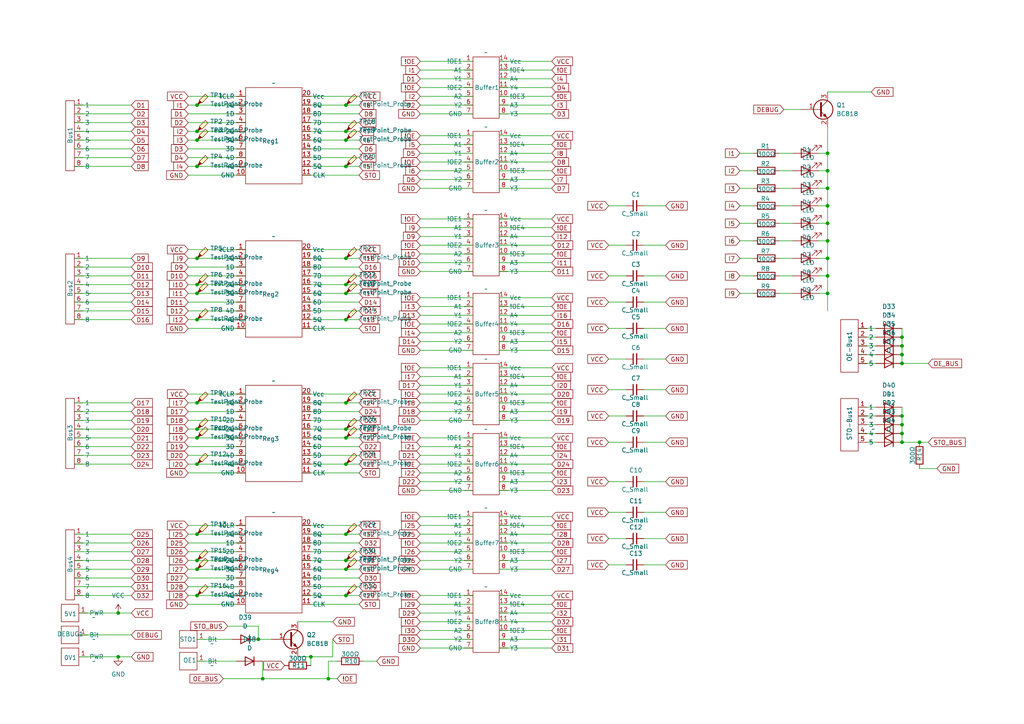
<source format=kicad_sch>
(kicad_sch (version 20231120) (generator "eeschema") (generator_version "8.0")
  (paper "A4")
  (title_block (title "4 byte reg") (company "M.R. Inc ®"))
  (junction (at 90.17 190.5))
  (junction (at 57.15 165.1))
  (junction (at 266.7 128.27))
  (junction (at 240.03 85.09))
  (junction (at 261.62 128.27))
  (junction (at 100.33 74.93))
  (junction (at 240.03 64.77))
  (junction (at 240.03 54.61))
  (junction (at 57.15 134.62))
  (junction (at 34.29 177.8))
  (junction (at 261.62 105.41))
  (junction (at 95.25 196.85))
  (junction (at 57.15 48.26))
  (junction (at 100.33 172.72))
  (junction (at 57.15 127))
  (junction (at 100.33 82.55))
  (junction (at 261.62 120.65))
  (junction (at 100.33 127))
  (junction (at 57.15 162.56))
  (junction (at 100.33 165.1))
  (junction (at 261.62 100.33))
  (junction (at 261.62 123.19))
  (junction (at 100.33 40.64))
  (junction (at 240.03 49.53))
  (junction (at 57.15 92.71))
  (junction (at 76.2 196.85))
  (junction (at 100.33 38.1))
  (junction (at 57.15 116.84))
  (junction (at 57.15 154.94))
  (junction (at 57.15 74.93))
  (junction (at 261.62 97.79))
  (junction (at 240.03 80.01))
  (junction (at 240.03 59.69))
  (junction (at 100.33 162.56))
  (junction (at 240.03 69.85))
  (junction (at 57.15 38.1))
  (junction (at 100.33 154.94))
  (junction (at 57.15 124.46))
  (junction (at 57.15 82.55))
  (junction (at 100.33 134.62))
  (junction (at 100.33 48.26))
  (junction (at 100.33 85.09))
  (junction (at 57.15 172.72))
  (junction (at 100.33 30.48))
  (junction (at 261.62 125.73))
  (junction (at 240.03 44.45))
  (junction (at 261.62 102.87))
  (junction (at 100.33 92.71))
  (junction (at 57.15 85.09))
  (junction (at 100.33 124.46))
  (junction (at 74.93 185.42))
  (junction (at 100.33 116.84))
  (junction (at 57.15 40.64))
  (junction (at 240.03 74.93))
  (junction (at 34.29 190.5))
  (junction (at 57.15 30.48))
  (wire (pts (xy 38.1 45.72) (xy 21.59 45.72)))
  (wire (pts (xy 186.69 80.01) (xy 193.04 80.01)))
  (wire (pts (xy 38.1 30.48) (xy 21.59 30.48)))
  (wire (pts (xy 54.61 48.26) (xy 57.15 48.26)))
  (wire (pts (xy 121.92 127) (xy 137.16 127)))
  (wire (pts (xy 54.61 154.94) (xy 57.15 154.94)))
  (wire (pts (xy 104.14 40.64) (xy 100.33 40.64)))
  (wire (pts (xy 261.62 128.27) (xy 266.7 128.27)))
  (wire (pts (xy 54.61 82.55) (xy 57.15 82.55)))
  (wire (pts (xy 121.92 152.4) (xy 137.16 152.4)))
  (wire (pts (xy 160.02 17.78) (xy 144.78 17.78)))
  (wire (pts (xy 261.62 105.41) (xy 269.24 105.41)))
  (wire (pts (xy 100.33 172.72) (xy 87.63 172.72)))
  (wire (pts (xy 22.86 184.15) (xy 38.1 184.15)))
  (wire (pts (xy 104.14 154.94) (xy 100.33 154.94)))
  (wire (pts (xy 54.61 35.56) (xy 71.12 35.56)))
  (wire (pts (xy 240.03 64.77) (xy 240.03 69.85)))
  (wire (pts (xy 38.1 43.18) (xy 21.59 43.18)))
  (wire (pts (xy 104.14 157.48) (xy 87.63 157.48)))
  (wire (pts (xy 86.36 180.34) (xy 96.52 180.34)))
  (wire (pts (xy 121.92 185.42) (xy 137.16 185.42)))
  (wire (pts (xy 54.61 45.72) (xy 71.12 45.72)))
  (wire (pts (xy 160.02 71.12) (xy 144.78 71.12)))
  (wire (pts (xy 54.61 172.72) (xy 57.15 172.72)))
  (wire (pts (xy 160.02 127) (xy 144.78 127)))
  (wire (pts (xy 240.03 44.45) (xy 240.03 49.53)))
  (wire (pts (xy 240.03 90.17) (xy 240.03 85.09)))
  (wire (pts (xy 38.1 154.94) (xy 21.59 154.94)))
  (wire (pts (xy 121.92 96.52) (xy 137.16 96.52)))
  (wire (pts (xy 54.61 124.46) (xy 57.15 124.46)))
  (wire (pts (xy 38.1 35.56) (xy 21.59 35.56)))
  (wire (pts (xy 100.33 85.09) (xy 87.63 85.09)))
  (wire (pts (xy 121.92 109.22) (xy 137.16 109.22)))
  (wire (pts (xy 38.1 74.93) (xy 21.59 74.93)))
  (wire (pts (xy 104.14 165.1) (xy 100.33 165.1)))
  (wire (pts (xy 261.62 125.73) (xy 261.62 128.27)))
  (wire (pts (xy 104.14 170.18) (xy 87.63 170.18)))
  (wire (pts (xy 160.02 99.06) (xy 144.78 99.06)))
  (wire (pts (xy 160.02 101.6) (xy 144.78 101.6)))
  (wire (pts (xy 237.49 54.61) (xy 240.03 54.61)))
  (wire (pts (xy 104.14 85.09) (xy 100.33 85.09)))
  (wire (pts (xy 104.14 72.39) (xy 87.63 72.39)))
  (wire (pts (xy 104.14 74.93) (xy 100.33 74.93)))
  (wire (pts (xy 104.14 129.54) (xy 87.63 129.54)))
  (wire (pts (xy 160.02 157.48) (xy 144.78 157.48)))
  (wire (pts (xy 38.1 162.56) (xy 21.59 162.56)))
  (wire (pts (xy 100.33 127) (xy 87.63 127)))
  (wire (pts (xy 38.1 92.71) (xy 21.59 92.71)))
  (wire (pts (xy 214.63 85.09) (xy 218.44 85.09)))
  (wire (pts (xy 121.92 182.88) (xy 137.16 182.88)))
  (wire (pts (xy 227.33 31.75) (xy 232.41 31.75)))
  (wire (pts (xy 226.06 54.61) (xy 229.87 54.61)))
  (wire (pts (xy 96.52 190.5) (xy 96.52 185.42)))
  (wire (pts (xy 54.61 129.54) (xy 71.12 129.54)))
  (wire (pts (xy 121.92 119.38) (xy 137.16 119.38)))
  (wire (pts (xy 121.92 41.91) (xy 137.16 41.91)))
  (wire (pts (xy 104.14 27.94) (xy 87.63 27.94)))
  (wire (pts (xy 214.63 64.77) (xy 218.44 64.77)))
  (wire (pts (xy 100.33 134.62) (xy 87.63 134.62)))
  (wire (pts (xy 54.61 90.17) (xy 71.12 90.17)))
  (wire (pts (xy 54.61 30.48) (xy 57.15 30.48)))
  (wire (pts (xy 104.14 162.56) (xy 100.33 162.56)))
  (wire (pts (xy 121.92 73.66) (xy 137.16 73.66)))
  (wire (pts (xy 54.61 27.94) (xy 71.12 27.94)))
  (wire (pts (xy 186.69 128.27) (xy 193.04 128.27)))
  (wire (pts (xy 160.02 76.2) (xy 144.78 76.2)))
  (wire (pts (xy 38.1 90.17) (xy 21.59 90.17)))
  (wire (pts (xy 54.61 127) (xy 57.15 127)))
  (wire (pts (xy 54.61 92.71) (xy 57.15 92.71)))
  (wire (pts (xy 54.61 33.02) (xy 71.12 33.02)))
  (wire (pts (xy 186.69 59.69) (xy 193.04 59.69)))
  (wire (pts (xy 54.61 116.84) (xy 57.15 116.84)))
  (wire (pts (xy 121.92 139.7) (xy 137.16 139.7)))
  (wire (pts (xy 240.03 54.61) (xy 240.03 59.69)))
  (wire (pts (xy 38.1 48.26) (xy 21.59 48.26)))
  (wire (pts (xy 54.61 43.18) (xy 71.12 43.18)))
  (wire (pts (xy 121.92 187.96) (xy 137.16 187.96)))
  (wire (pts (xy 237.49 80.01) (xy 240.03 80.01)))
  (wire (pts (xy 104.14 95.25) (xy 87.63 95.25)))
  (wire (pts (xy 121.92 121.92) (xy 137.16 121.92)))
  (wire (pts (xy 121.92 44.45) (xy 137.16 44.45)))
  (wire (pts (xy 160.02 111.76) (xy 144.78 111.76)))
  (wire (pts (xy 57.15 162.56) (xy 71.12 162.56)))
  (wire (pts (xy 121.92 76.2) (xy 137.16 76.2)))
  (wire (pts (xy 54.61 77.47) (xy 71.12 77.47)))
  (wire (pts (xy 160.02 175.26) (xy 144.78 175.26)))
  (wire (pts (xy 100.33 124.46) (xy 87.63 124.46)))
  (wire (pts (xy 100.33 154.94) (xy 87.63 154.94)))
  (wire (pts (xy 176.53 87.63) (xy 181.61 87.63)))
  (wire (pts (xy 54.61 134.62) (xy 57.15 134.62)))
  (wire (pts (xy 226.06 64.77) (xy 229.87 64.77)))
  (wire (pts (xy 100.33 165.1) (xy 87.63 165.1)))
  (wire (pts (xy 160.02 134.62) (xy 144.78 134.62)))
  (wire (pts (xy 121.92 116.84) (xy 137.16 116.84)))
  (wire (pts (xy 240.03 49.53) (xy 240.03 54.61)))
  (wire (pts (xy 100.33 38.1) (xy 87.63 38.1)))
  (wire (pts (xy 121.92 160.02) (xy 137.16 160.02)))
  (wire (pts (xy 38.1 116.84) (xy 21.59 116.84)))
  (wire (pts (xy 38.1 87.63) (xy 21.59 87.63)))
  (wire (pts (xy 160.02 41.91) (xy 144.78 41.91)))
  (wire (pts (xy 121.92 175.26) (xy 137.16 175.26)))
  (wire (pts (xy 121.92 46.99) (xy 137.16 46.99)))
  (wire (pts (xy 38.1 157.48) (xy 21.59 157.48)))
  (wire (pts (xy 121.92 93.98) (xy 137.16 93.98)))
  (wire (pts (xy 104.14 38.1) (xy 100.33 38.1)))
  (wire (pts (xy 261.62 123.19) (xy 261.62 125.73)))
  (wire (pts (xy 104.14 82.55) (xy 100.33 82.55)))
  (wire (pts (xy 176.53 139.7) (xy 181.61 139.7)))
  (wire (pts (xy 54.61 170.18) (xy 71.12 170.18)))
  (wire (pts (xy 160.02 132.08) (xy 144.78 132.08)))
  (wire (pts (xy 104.14 30.48) (xy 100.33 30.48)))
  (wire (pts (xy 54.61 38.1) (xy 57.15 38.1)))
  (wire (pts (xy 57.15 116.84) (xy 71.12 116.84)))
  (wire (pts (xy 54.61 165.1) (xy 57.15 165.1)))
  (wire (pts (xy 248.92 95.25) (xy 254 95.25)))
  (wire (pts (xy 121.92 33.02) (xy 137.16 33.02)))
  (wire (pts (xy 57.15 48.26) (xy 71.12 48.26)))
  (wire (pts (xy 248.92 118.11) (xy 254 118.11)))
  (wire (pts (xy 57.15 134.62) (xy 71.12 134.62)))
  (wire (pts (xy 160.02 106.68) (xy 144.78 106.68)))
  (wire (pts (xy 160.02 86.36) (xy 144.78 86.36)))
  (wire (pts (xy 160.02 109.22) (xy 144.78 109.22)))
  (wire (pts (xy 160.02 187.96) (xy 144.78 187.96)))
  (wire (pts (xy 121.92 49.53) (xy 137.16 49.53)))
  (wire (pts (xy 261.62 102.87) (xy 261.62 105.41)))
  (wire (pts (xy 104.14 48.26) (xy 100.33 48.26)))
  (wire (pts (xy 54.61 85.09) (xy 57.15 85.09)))
  (wire (pts (xy 121.92 172.72) (xy 137.16 172.72)))
  (wire (pts (xy 104.14 175.26) (xy 87.63 175.26)))
  (wire (pts (xy 57.15 82.55) (xy 71.12 82.55)))
  (wire (pts (xy 38.1 172.72) (xy 21.59 172.72)))
  (wire (pts (xy 38.1 124.46) (xy 21.59 124.46)))
  (wire (pts (xy 54.61 157.48) (xy 71.12 157.48)))
  (wire (pts (xy 237.49 69.85) (xy 240.03 69.85)))
  (wire (pts (xy 248.92 123.19) (xy 254 123.19)))
  (wire (pts (xy 160.02 96.52) (xy 144.78 96.52)))
  (wire (pts (xy 248.92 105.41) (xy 254 105.41)))
  (wire (pts (xy 104.14 121.92) (xy 87.63 121.92)))
  (wire (pts (xy 226.06 74.93) (xy 229.87 74.93)))
  (wire (pts (xy 104.14 119.38) (xy 87.63 119.38)))
  (wire (pts (xy 54.61 162.56) (xy 57.15 162.56)))
  (wire (pts (xy 121.92 63.5) (xy 137.16 63.5)))
  (wire (pts (xy 104.14 33.02) (xy 87.63 33.02)))
  (wire (pts (xy 121.92 78.74) (xy 137.16 78.74)))
  (wire (pts (xy 240.03 85.09) (xy 240.03 80.01)))
  (wire (pts (xy 214.63 59.69) (xy 218.44 59.69)))
  (wire (pts (xy 176.53 128.27) (xy 181.61 128.27)))
  (wire (pts (xy 160.02 185.42) (xy 144.78 185.42)))
  (wire (pts (xy 240.03 44.45) (xy 240.03 36.83)))
  (wire (pts (xy 38.1 77.47) (xy 21.59 77.47)))
  (wire (pts (xy 248.92 97.79) (xy 254 97.79)))
  (wire (pts (xy 38.1 165.1) (xy 21.59 165.1)))
  (wire (pts (xy 160.02 165.1) (xy 144.78 165.1)))
  (wire (pts (xy 121.92 177.8) (xy 137.16 177.8)))
  (wire (pts (xy 38.1 129.54) (xy 21.59 129.54)))
  (wire (pts (xy 160.02 177.8) (xy 144.78 177.8)))
  (wire (pts (xy 160.02 39.37) (xy 144.78 39.37)))
  (wire (pts (xy 121.92 157.48) (xy 137.16 157.48)))
  (wire (pts (xy 38.1 40.64) (xy 21.59 40.64)))
  (wire (pts (xy 121.92 137.16) (xy 137.16 137.16)))
  (wire (pts (xy 160.02 139.7) (xy 144.78 139.7)))
  (wire (pts (xy 160.02 116.84) (xy 144.78 116.84)))
  (wire (pts (xy 34.29 177.8) (xy 38.1 177.8)))
  (wire (pts (xy 38.1 132.08) (xy 21.59 132.08)))
  (wire (pts (xy 248.92 102.87) (xy 254 102.87)))
  (wire (pts (xy 54.61 175.26) (xy 71.12 175.26)))
  (wire (pts (xy 176.53 120.65) (xy 181.61 120.65)))
  (wire (pts (xy 214.63 69.85) (xy 218.44 69.85)))
  (wire (pts (xy 104.14 114.3) (xy 87.63 114.3)))
  (wire (pts (xy 186.69 163.83) (xy 193.04 163.83)))
  (wire (pts (xy 38.1 119.38) (xy 21.59 119.38)))
  (wire (pts (xy 160.02 66.04) (xy 144.78 66.04)))
  (wire (pts (xy 57.15 40.64) (xy 71.12 40.64)))
  (wire (pts (xy 104.14 45.72) (xy 87.63 45.72)))
  (wire (pts (xy 226.06 85.09) (xy 229.87 85.09)))
  (wire (pts (xy 74.93 181.61) (xy 74.93 185.42)))
  (wire (pts (xy 100.33 82.55) (xy 87.63 82.55)))
  (wire (pts (xy 54.61 152.4) (xy 71.12 152.4)))
  (wire (pts (xy 66.04 181.61) (xy 74.93 181.61)))
  (wire (pts (xy 121.92 132.08) (xy 137.16 132.08)))
  (wire (pts (xy 57.15 191.77) (xy 68.58 191.77)))
  (wire (pts (xy 121.92 39.37) (xy 137.16 39.37)))
  (wire (pts (xy 160.02 137.16) (xy 144.78 137.16)))
  (wire (pts (xy 104.14 80.01) (xy 87.63 80.01)))
  (wire (pts (xy 121.92 106.68) (xy 137.16 106.68)))
  (wire (pts (xy 95.25 196.85) (xy 97.79 196.85)))
  (wire (pts (xy 57.15 92.71) (xy 71.12 92.71)))
  (wire (pts (xy 160.02 63.5) (xy 144.78 63.5)))
  (wire (pts (xy 104.14 87.63) (xy 87.63 87.63)))
  (wire (pts (xy 240.03 26.67) (xy 252.73 26.67)))
  (wire (pts (xy 186.69 87.63) (xy 193.04 87.63)))
  (wire (pts (xy 121.92 129.54) (xy 137.16 129.54)))
  (wire (pts (xy 226.06 80.01) (xy 229.87 80.01)))
  (wire (pts (xy 121.92 25.4) (xy 137.16 25.4)))
  (wire (pts (xy 160.02 22.86) (xy 144.78 22.86)))
  (wire (pts (xy 121.92 134.62) (xy 137.16 134.62)))
  (wire (pts (xy 54.61 132.08) (xy 71.12 132.08)))
  (wire (pts (xy 104.14 50.8) (xy 87.63 50.8)))
  (wire (pts (xy 54.61 167.64) (xy 71.12 167.64)))
  (wire (pts (xy 38.1 38.1) (xy 21.59 38.1)))
  (wire (pts (xy 38.1 127) (xy 21.59 127)))
  (wire (pts (xy 38.1 121.92) (xy 21.59 121.92)))
  (wire (pts (xy 176.53 80.01) (xy 181.61 80.01)))
  (wire (pts (xy 104.14 92.71) (xy 100.33 92.71)))
  (wire (pts (xy 38.1 85.09) (xy 21.59 85.09)))
  (wire (pts (xy 74.93 185.42) (xy 78.74 185.42)))
  (wire (pts (xy 176.53 59.69) (xy 181.61 59.69)))
  (wire (pts (xy 54.61 87.63) (xy 71.12 87.63)))
  (wire (pts (xy 97.79 191.77) (xy 95.25 191.77)))
  (wire (pts (xy 186.69 113.03) (xy 193.04 113.03)))
  (wire (pts (xy 160.02 162.56) (xy 144.78 162.56)))
  (wire (pts (xy 237.49 59.69) (xy 240.03 59.69)))
  (wire (pts (xy 176.53 113.03) (xy 181.61 113.03)))
  (wire (pts (xy 54.61 114.3) (xy 71.12 114.3)))
  (wire (pts (xy 104.14 116.84) (xy 100.33 116.84)))
  (wire (pts (xy 237.49 44.45) (xy 240.03 44.45)))
  (wire (pts (xy 160.02 20.32) (xy 144.78 20.32)))
  (wire (pts (xy 160.02 93.98) (xy 144.78 93.98)))
  (wire (pts (xy 160.02 119.38) (xy 144.78 119.38)))
  (wire (pts (xy 90.17 190.5) (xy 90.17 193.04)))
  (wire (pts (xy 100.33 30.48) (xy 87.63 30.48)))
  (wire (pts (xy 54.61 40.64) (xy 57.15 40.64)))
  (wire (pts (xy 104.14 160.02) (xy 87.63 160.02)))
  (wire (pts (xy 121.92 180.34) (xy 137.16 180.34)))
  (wire (pts (xy 38.1 134.62) (xy 21.59 134.62)))
  (wire (pts (xy 100.33 162.56) (xy 87.63 162.56)))
  (wire (pts (xy 121.92 91.44) (xy 137.16 91.44)))
  (wire (pts (xy 237.49 74.93) (xy 240.03 74.93)))
  (wire (pts (xy 64.77 196.85) (xy 76.2 196.85)))
  (wire (pts (xy 121.92 52.07) (xy 137.16 52.07)))
  (wire (pts (xy 160.02 154.94) (xy 144.78 154.94)))
  (wire (pts (xy 22.86 177.8) (xy 34.29 177.8)))
  (wire (pts (xy 121.92 165.1) (xy 137.16 165.1)))
  (wire (pts (xy 160.02 172.72) (xy 144.78 172.72)))
  (wire (pts (xy 104.14 43.18) (xy 87.63 43.18)))
  (wire (pts (xy 54.61 121.92) (xy 71.12 121.92)))
  (wire (pts (xy 248.92 100.33) (xy 254 100.33)))
  (wire (pts (xy 266.7 135.89) (xy 271.78 135.89)))
  (wire (pts (xy 104.14 35.56) (xy 87.63 35.56)))
  (wire (pts (xy 90.17 190.5) (xy 96.52 190.5)))
  (wire (pts (xy 160.02 68.58) (xy 144.78 68.58)))
  (wire (pts (xy 160.02 142.24) (xy 144.78 142.24)))
  (wire (pts (xy 57.15 85.09) (xy 71.12 85.09)))
  (wire (pts (xy 176.53 148.59) (xy 181.61 148.59)))
  (wire (pts (xy 186.69 139.7) (xy 193.04 139.7)))
  (wire (pts (xy 121.92 66.04) (xy 137.16 66.04)))
  (wire (pts (xy 86.36 190.5) (xy 90.17 190.5)))
  (wire (pts (xy 57.15 30.48) (xy 71.12 30.48)))
  (wire (pts (xy 237.49 64.77) (xy 240.03 64.77)))
  (wire (pts (xy 121.92 22.86) (xy 137.16 22.86)))
  (wire (pts (xy 38.1 80.01) (xy 21.59 80.01)))
  (wire (pts (xy 104.14 124.46) (xy 100.33 124.46)))
  (wire (pts (xy 57.15 74.93) (xy 71.12 74.93)))
  (wire (pts (xy 54.61 160.02) (xy 71.12 160.02)))
  (wire (pts (xy 57.15 185.42) (xy 67.31 185.42)))
  (wire (pts (xy 121.92 111.76) (xy 137.16 111.76)))
  (wire (pts (xy 38.1 167.64) (xy 21.59 167.64)))
  (wire (pts (xy 121.92 142.24) (xy 137.16 142.24)))
  (wire (pts (xy 176.53 156.21) (xy 181.61 156.21)))
  (wire (pts (xy 160.02 114.3) (xy 144.78 114.3)))
  (wire (pts (xy 121.92 17.78) (xy 137.16 17.78)))
  (wire (pts (xy 95.25 191.77) (xy 95.25 196.85)))
  (wire (pts (xy 121.92 86.36) (xy 137.16 86.36)))
  (wire (pts (xy 38.1 170.18) (xy 21.59 170.18)))
  (wire (pts (xy 261.62 118.11) (xy 261.62 120.65)))
  (wire (pts (xy 186.69 156.21) (xy 193.04 156.21)))
  (wire (pts (xy 104.14 90.17) (xy 87.63 90.17)))
  (wire (pts (xy 214.63 54.61) (xy 218.44 54.61)))
  (wire (pts (xy 176.53 71.12) (xy 181.61 71.12)))
  (wire (pts (xy 104.14 167.64) (xy 87.63 167.64)))
  (wire (pts (xy 214.63 74.93) (xy 218.44 74.93)))
  (wire (pts (xy 121.92 154.94) (xy 137.16 154.94)))
  (wire (pts (xy 160.02 49.53) (xy 144.78 49.53)))
  (wire (pts (xy 240.03 74.93) (xy 240.03 80.01)))
  (wire (pts (xy 104.14 134.62) (xy 100.33 134.62)))
  (wire (pts (xy 54.61 95.25) (xy 71.12 95.25)))
  (wire (pts (xy 237.49 49.53) (xy 240.03 49.53)))
  (wire (pts (xy 104.14 152.4) (xy 87.63 152.4)))
  (wire (pts (xy 160.02 149.86) (xy 144.78 149.86)))
  (wire (pts (xy 57.15 172.72) (xy 71.12 172.72)))
  (wire (pts (xy 38.1 160.02) (xy 21.59 160.02)))
  (wire (pts (xy 121.92 114.3) (xy 137.16 114.3)))
  (wire (pts (xy 54.61 74.93) (xy 57.15 74.93)))
  (wire (pts (xy 160.02 33.02) (xy 144.78 33.02)))
  (wire (pts (xy 104.14 137.16) (xy 87.63 137.16)))
  (wire (pts (xy 214.63 44.45) (xy 218.44 44.45)))
  (wire (pts (xy 121.92 20.32) (xy 137.16 20.32)))
  (wire (pts (xy 214.63 80.01) (xy 218.44 80.01)))
  (wire (pts (xy 104.14 127) (xy 100.33 127)))
  (wire (pts (xy 176.53 95.25) (xy 181.61 95.25)))
  (wire (pts (xy 160.02 30.48) (xy 144.78 30.48)))
  (wire (pts (xy 186.69 148.59) (xy 193.04 148.59)))
  (wire (pts (xy 248.92 128.27) (xy 254 128.27)))
  (wire (pts (xy 248.92 120.65) (xy 254 120.65)))
  (wire (pts (xy 76.2 196.85) (xy 95.25 196.85)))
  (wire (pts (xy 121.92 54.61) (xy 137.16 54.61)))
  (wire (pts (xy 261.62 100.33) (xy 261.62 102.87)))
  (wire (pts (xy 186.69 95.25) (xy 193.04 95.25)))
  (wire (pts (xy 186.69 71.12) (xy 193.04 71.12)))
  (wire (pts (xy 121.92 149.86) (xy 137.16 149.86)))
  (wire (pts (xy 54.61 137.16) (xy 71.12 137.16)))
  (wire (pts (xy 38.1 33.02) (xy 21.59 33.02)))
  (wire (pts (xy 121.92 99.06) (xy 137.16 99.06)))
  (wire (pts (xy 121.92 68.58) (xy 137.16 68.58)))
  (wire (pts (xy 160.02 27.94) (xy 144.78 27.94)))
  (wire (pts (xy 237.49 85.09) (xy 240.03 85.09)))
  (wire (pts (xy 38.1 82.55) (xy 21.59 82.55)))
  (wire (pts (xy 121.92 30.48) (xy 137.16 30.48)))
  (wire (pts (xy 121.92 162.56) (xy 137.16 162.56)))
  (wire (pts (xy 240.03 69.85) (xy 240.03 74.93)))
  (wire (pts (xy 226.06 69.85) (xy 229.87 69.85)))
  (wire (pts (xy 57.15 124.46) (xy 71.12 124.46)))
  (wire (pts (xy 121.92 101.6) (xy 137.16 101.6)))
  (wire (pts (xy 104.14 172.72) (xy 100.33 172.72)))
  (wire (pts (xy 176.53 163.83) (xy 181.61 163.83)))
  (wire (pts (xy 160.02 25.4) (xy 144.78 25.4)))
  (wire (pts (xy 160.02 44.45) (xy 144.78 44.45)))
  (wire (pts (xy 214.63 49.53) (xy 218.44 49.53)))
  (wire (pts (xy 57.15 154.94) (xy 71.12 154.94)))
  (wire (pts (xy 76.2 196.85) (xy 76.2 191.77)))
  (wire (pts (xy 160.02 88.9) (xy 144.78 88.9)))
  (wire (pts (xy 100.33 92.71) (xy 87.63 92.71)))
  (wire (pts (xy 22.86 190.5) (xy 34.29 190.5)))
  (wire (pts (xy 100.33 40.64) (xy 87.63 40.64)))
  (wire (pts (xy 226.06 49.53) (xy 229.87 49.53)))
  (wire (pts (xy 104.14 132.08) (xy 87.63 132.08)))
  (wire (pts (xy 100.33 74.93) (xy 87.63 74.93)))
  (wire (pts (xy 176.53 104.14) (xy 181.61 104.14)))
  (wire (pts (xy 160.02 46.99) (xy 144.78 46.99)))
  (wire (pts (xy 160.02 121.92) (xy 144.78 121.92)))
  (wire (pts (xy 57.15 127) (xy 71.12 127)))
  (wire (pts (xy 160.02 152.4) (xy 144.78 152.4)))
  (wire (pts (xy 54.61 72.39) (xy 71.12 72.39)))
  (wire (pts (xy 105.41 191.77) (xy 109.22 191.77)))
  (wire (pts (xy 100.33 48.26) (xy 87.63 48.26)))
  (wire (pts (xy 160.02 180.34) (xy 144.78 180.34)))
  (wire (pts (xy 261.62 120.65) (xy 261.62 123.19)))
  (wire (pts (xy 121.92 71.12) (xy 137.16 71.12)))
  (wire (pts (xy 160.02 78.74) (xy 144.78 78.74)))
  (wire (pts (xy 160.02 54.61) (xy 144.78 54.61)))
  (wire (pts (xy 57.15 165.1) (xy 71.12 165.1)))
  (wire (pts (xy 121.92 27.94) (xy 137.16 27.94)))
  (wire (pts (xy 261.62 95.25) (xy 261.62 97.79)))
  (wire (pts (xy 266.7 128.27) (xy 269.24 128.27)))
  (wire (pts (xy 160.02 91.44) (xy 144.78 91.44)))
  (wire (pts (xy 226.06 59.69) (xy 229.87 59.69)))
  (wire (pts (xy 226.06 44.45) (xy 229.87 44.45)))
  (wire (pts (xy 160.02 52.07) (xy 144.78 52.07)))
  (wire (pts (xy 57.15 38.1) (xy 71.12 38.1)))
  (wire (pts (xy 34.29 190.5) (xy 38.1 190.5)))
  (wire (pts (xy 261.62 97.79) (xy 261.62 100.33)))
  (wire (pts (xy 240.03 59.69) (xy 240.03 64.77)))
  (wire (pts (xy 54.61 50.8) (xy 71.12 50.8)))
  (wire (pts (xy 248.92 125.73) (xy 254 125.73)))
  (wire (pts (xy 54.61 80.01) (xy 71.12 80.01)))
  (wire (pts (xy 160.02 129.54) (xy 144.78 129.54)))
  (wire (pts (xy 160.02 182.88) (xy 144.78 182.88)))
  (wire (pts (xy 121.92 88.9) (xy 137.16 88.9)))
  (wire (pts (xy 54.61 119.38) (xy 71.12 119.38)))
  (wire (pts (xy 186.69 104.14) (xy 193.04 104.14)))
  (wire (pts (xy 104.14 77.47) (xy 87.63 77.47)))
  (wire (pts (xy 160.02 160.02) (xy 144.78 160.02)))
  (wire (pts (xy 186.69 120.65) (xy 193.04 120.65)))
  (wire (pts (xy 160.02 73.66) (xy 144.78 73.66)))
  (wire (pts (xy 100.33 116.84) (xy 87.63 116.84)))
  (global_label "D29" (shape input) (at 104.14 170.18 0) (property "Intersheetrefs" "${INTERSHEET_REFS}" (effects (hide yes))))
  (global_label "VCC" (shape input) (at 176.53 95.25 180) (property "Intersheetrefs" "${INTERSHEET_REFS}" (effects (hide yes))))
  (global_label "!OE" (shape input) (at 160.02 160.02 0) (property "Intersheetrefs" "${INTERSHEET_REFS}" (effects (hide yes))))
  (global_label "I26" (shape input) (at 121.92 160.02 180) (property "Intersheetrefs" "${INTERSHEET_REFS}" (effects (hide yes))))
  (global_label "OE_BUS" (shape input) (at 64.77 196.85 180) (property "Intersheetrefs" "${INTERSHEET_REFS}" (effects (hide yes))))
  (global_label "D8" (shape input) (at 160.02 46.99 0) (property "Intersheetrefs" "${INTERSHEET_REFS}" (effects (hide yes))))
  (global_label "D13" (shape input) (at 38.1 85.09 0) (property "Intersheetrefs" "${INTERSHEET_REFS}" (effects (hide yes))))
  (global_label "D5" (shape input) (at 38.1 40.64 0) (property "Intersheetrefs" "${INTERSHEET_REFS}" (effects (hide yes))))
  (global_label "!OE" (shape input) (at 121.92 172.72 180) (property "Intersheetrefs" "${INTERSHEET_REFS}" (effects (hide yes))))
  (global_label "I7" (shape input) (at 160.02 52.07 0) (property "Intersheetrefs" "${INTERSHEET_REFS}" (effects (hide yes))))
  (global_label "I1" (shape input) (at 54.61 30.48 180) (property "Intersheetrefs" "${INTERSHEET_REFS}" (effects (hide yes))))
  (global_label "D32" (shape input) (at 160.02 180.34 0) (property "Intersheetrefs" "${INTERSHEET_REFS}" (effects (hide yes))))
  (global_label "GND" (shape input) (at 252.73 26.67 0) (property "Intersheetrefs" "${INTERSHEET_REFS}" (effects (hide yes))))
  (global_label "VCC" (shape input) (at 104.14 114.3 0) (property "Intersheetrefs" "${INTERSHEET_REFS}" (effects (hide yes))))
  (global_label "D16" (shape input) (at 38.1 92.71 0) (property "Intersheetrefs" "${INTERSHEET_REFS}" (effects (hide yes))))
  (global_label "I15" (shape input) (at 160.02 99.06 0) (property "Intersheetrefs" "${INTERSHEET_REFS}" (effects (hide yes))))
  (global_label "STO" (shape input) (at 104.14 137.16 0) (property "Intersheetrefs" "${INTERSHEET_REFS}" (effects (hide yes))))
  (global_label "GND" (shape input) (at 193.04 139.7 0) (property "Intersheetrefs" "${INTERSHEET_REFS}" (effects (hide yes))))
  (global_label "D7" (shape input) (at 38.1 45.72 0) (property "Intersheetrefs" "${INTERSHEET_REFS}" (effects (hide yes))))
  (global_label "I12" (shape input) (at 160.02 68.58 0) (property "Intersheetrefs" "${INTERSHEET_REFS}" (effects (hide yes))))
  (global_label "GND" (shape input) (at 193.04 120.65 0) (property "Intersheetrefs" "${INTERSHEET_REFS}" (effects (hide yes))))
  (global_label "D8" (shape input) (at 104.14 33.02 0) (property "Intersheetrefs" "${INTERSHEET_REFS}" (effects (hide yes))))
  (global_label "GND" (shape input) (at 38.1 190.5 0) (property "Intersheetrefs" "${INTERSHEET_REFS}" (effects (hide yes))))
  (global_label "D26" (shape input) (at 38.1 157.48 0) (property "Intersheetrefs" "${INTERSHEET_REFS}" (effects (hide yes))))
  (global_label "GND" (shape input) (at 193.04 80.01 0) (property "Intersheetrefs" "${INTERSHEET_REFS}" (effects (hide yes))))
  (global_label "GND" (shape input) (at 96.52 180.34 0) (property "Intersheetrefs" "${INTERSHEET_REFS}" (effects (hide yes))))
  (global_label "D26" (shape input) (at 54.61 160.02 180) (property "Intersheetrefs" "${INTERSHEET_REFS}" (effects (hide yes))))
  (global_label "D15" (shape input) (at 160.02 101.6 0) (property "Intersheetrefs" "${INTERSHEET_REFS}" (effects (hide yes))))
  (global_label "!OE" (shape input) (at 97.79 196.85 0) (property "Intersheetrefs" "${INTERSHEET_REFS}" (effects (hide yes))))
  (global_label "D17" (shape input) (at 121.92 111.76 180) (property "Intersheetrefs" "${INTERSHEET_REFS}" (effects (hide yes))))
  (global_label "D10" (shape input) (at 38.1 77.47 0) (property "Intersheetrefs" "${INTERSHEET_REFS}" (effects (hide yes))))
  (global_label "I31" (shape input) (at 104.14 162.56 0) (property "Intersheetrefs" "${INTERSHEET_REFS}" (effects (hide yes))))
  (global_label "VCC" (shape input) (at 82.55 193.04 180) (property "Intersheetrefs" "${INTERSHEET_REFS}" (effects (hide yes))))
  (global_label "I3" (shape input) (at 214.63 54.61 180) (property "Intersheetrefs" "${INTERSHEET_REFS}" (effects (hide yes))))
  (global_label "D31" (shape input) (at 104.14 160.02 0) (property "Intersheetrefs" "${INTERSHEET_REFS}" (effects (hide yes))))
  (global_label "D3" (shape input) (at 54.61 43.18 180) (property "Intersheetrefs" "${INTERSHEET_REFS}" (effects (hide yes))))
  (global_label "!OE" (shape input) (at 121.92 180.34 180) (property "Intersheetrefs" "${INTERSHEET_REFS}" (effects (hide yes))))
  (global_label "GND" (shape input) (at 121.92 165.1 180) (property "Intersheetrefs" "${INTERSHEET_REFS}" (effects (hide yes))))
  (global_label "STO" (shape input) (at 104.14 50.8 0) (property "Intersheetrefs" "${INTERSHEET_REFS}" (effects (hide yes))))
  (global_label "D2" (shape input) (at 54.61 35.56 180) (property "Intersheetrefs" "${INTERSHEET_REFS}" (effects (hide yes))))
  (global_label "D15" (shape input) (at 104.14 80.01 0) (property "Intersheetrefs" "${INTERSHEET_REFS}" (effects (hide yes))))
  (global_label "VCC" (shape input) (at 176.53 128.27 180) (property "Intersheetrefs" "${INTERSHEET_REFS}" (effects (hide yes))))
  (global_label "I6" (shape input) (at 214.63 69.85 180) (property "Intersheetrefs" "${INTERSHEET_REFS}" (effects (hide yes))))
  (global_label "D25" (shape input) (at 121.92 154.94 180) (property "Intersheetrefs" "${INTERSHEET_REFS}" (effects (hide yes))))
  (global_label "D9" (shape input) (at 121.92 68.58 180) (property "Intersheetrefs" "${INTERSHEET_REFS}" (effects (hide yes))))
  (global_label "I10" (shape input) (at 54.61 82.55 180) (property "Intersheetrefs" "${INTERSHEET_REFS}" (effects (hide yes))))
  (global_label "!OE" (shape input) (at 121.92 157.48 180) (property "Intersheetrefs" "${INTERSHEET_REFS}" (effects (hide yes))))
  (global_label "!OE" (shape input) (at 160.02 49.53 0) (property "Intersheetrefs" "${INTERSHEET_REFS}" (effects (hide yes))))
  (global_label "I9" (shape input) (at 54.61 74.93 180) (property "Intersheetrefs" "${INTERSHEET_REFS}" (effects (hide yes))))
  (global_label "D25" (shape input) (at 54.61 157.48 180) (property "Intersheetrefs" "${INTERSHEET_REFS}" (effects (hide yes))))
  (global_label "I5" (shape input) (at 121.92 41.91 180) (property "Intersheetrefs" "${INTERSHEET_REFS}" (effects (hide yes))))
  (global_label "D27" (shape input) (at 54.61 167.64 180) (property "Intersheetrefs" "${INTERSHEET_REFS}" (effects (hide yes))))
  (global_label "D13" (shape input) (at 104.14 90.17 0) (property "Intersheetrefs" "${INTERSHEET_REFS}" (effects (hide yes))))
  (global_label "I10" (shape input) (at 121.92 73.66 180) (property "Intersheetrefs" "${INTERSHEET_REFS}" (effects (hide yes))))
  (global_label "D26" (shape input) (at 121.92 162.56 180) (property "Intersheetrefs" "${INTERSHEET_REFS}" (effects (hide yes))))
  (global_label "D16" (shape input) (at 104.14 77.47 0) (property "Intersheetrefs" "${INTERSHEET_REFS}" (effects (hide yes))))
  (global_label "VCC" (shape input) (at 176.53 80.01 180) (property "Intersheetrefs" "${INTERSHEET_REFS}" (effects (hide yes))))
  (global_label "I28" (shape input) (at 54.61 172.72 180) (property "Intersheetrefs" "${INTERSHEET_REFS}" (effects (hide yes))))
  (global_label "I7" (shape input) (at 104.14 38.1 0) (property "Intersheetrefs" "${INTERSHEET_REFS}" (effects (hide yes))))
  (global_label "!OE" (shape input) (at 160.02 27.94 0) (property "Intersheetrefs" "${INTERSHEET_REFS}" (effects (hide yes))))
  (global_label "D22" (shape input) (at 104.14 129.54 0) (property "Intersheetrefs" "${INTERSHEET_REFS}" (effects (hide yes))))
  (global_label "GND" (shape input) (at 121.92 142.24 180) (property "Intersheetrefs" "${INTERSHEET_REFS}" (effects (hide yes))))
  (global_label "D1" (shape input) (at 38.1 30.48 0) (property "Intersheetrefs" "${INTERSHEET_REFS}" (effects (hide yes))))
  (global_label "D28" (shape input) (at 160.02 157.48 0) (property "Intersheetrefs" "${INTERSHEET_REFS}" (effects (hide yes))))
  (global_label "I22" (shape input) (at 104.14 127 0) (property "Intersheetrefs" "${INTERSHEET_REFS}" (effects (hide yes))))
  (global_label "D30" (shape input) (at 104.14 167.64 0) (property "Intersheetrefs" "${INTERSHEET_REFS}" (effects (hide yes))))
  (global_label "I8" (shape input) (at 160.02 44.45 0) (property "Intersheetrefs" "${INTERSHEET_REFS}" (effects (hide yes))))
  (global_label "I16" (shape input) (at 160.02 91.44 0) (property "Intersheetrefs" "${INTERSHEET_REFS}" (effects (hide yes))))
  (global_label "GND" (shape input) (at 109.22 191.77 0) (property "Intersheetrefs" "${INTERSHEET_REFS}" (effects (hide yes))))
  (global_label "D19" (shape input) (at 160.02 121.92 0) (property "Intersheetrefs" "${INTERSHEET_REFS}" (effects (hide yes))))
  (global_label "D12" (shape input) (at 54.61 90.17 180) (property "Intersheetrefs" "${INTERSHEET_REFS}" (effects (hide yes))))
  (global_label "I29" (shape input) (at 121.92 175.26 180) (property "Intersheetrefs" "${INTERSHEET_REFS}" (effects (hide yes))))
  (global_label "D18" (shape input) (at 121.92 119.38 180) (property "Intersheetrefs" "${INTERSHEET_REFS}" (effects (hide yes))))
  (global_label "D11" (shape input) (at 54.61 87.63 180) (property "Intersheetrefs" "${INTERSHEET_REFS}" (effects (hide yes))))
  (global_label "!OE" (shape input) (at 121.92 25.4 180) (property "Intersheetrefs" "${INTERSHEET_REFS}" (effects (hide yes))))
  (global_label "D18" (shape input) (at 54.61 121.92 180) (property "Intersheetrefs" "${INTERSHEET_REFS}" (effects (hide yes))))
  (global_label "VCC" (shape input) (at 176.53 59.69 180) (property "Intersheetrefs" "${INTERSHEET_REFS}" (effects (hide yes))))
  (global_label "D21" (shape input) (at 121.92 132.08 180) (property "Intersheetrefs" "${INTERSHEET_REFS}" (effects (hide yes))))
  (global_label "VCC" (shape input) (at 54.61 27.94 180) (property "Intersheetrefs" "${INTERSHEET_REFS}" (effects (hide yes))))
  (global_label "I19" (shape input) (at 54.61 127 180) (property "Intersheetrefs" "${INTERSHEET_REFS}" (effects (hide yes))))
  (global_label "D4" (shape input) (at 38.1 38.1 0) (property "Intersheetrefs" "${INTERSHEET_REFS}" (effects (hide yes))))
  (global_label "GND" (shape input) (at 193.04 87.63 0) (property "Intersheetrefs" "${INTERSHEET_REFS}" (effects (hide yes))))
  (global_label "STO_BUS" (shape input) (at 269.24 128.27 0) (property "Intersheetrefs" "${INTERSHEET_REFS}" (effects (hide yes))))
  (global_label "!OE" (shape input) (at 160.02 41.91 0) (property "Intersheetrefs" "${INTERSHEET_REFS}" (effects (hide yes))))
  (global_label "GND" (shape input) (at 193.04 148.59 0) (property "Intersheetrefs" "${INTERSHEET_REFS}" (effects (hide yes))))
  (global_label "D29" (shape input) (at 38.1 165.1 0) (property "Intersheetrefs" "${INTERSHEET_REFS}" (effects (hide yes))))
  (global_label "!OE" (shape input) (at 121.92 114.3 180) (property "Intersheetrefs" "${INTERSHEET_REFS}" (effects (hide yes))))
  (global_label "I1" (shape input) (at 214.63 44.45 180) (property "Intersheetrefs" "${INTERSHEET_REFS}" (effects (hide yes))))
  (global_label "I32" (shape input) (at 104.14 154.94 0) (property "Intersheetrefs" "${INTERSHEET_REFS}" (effects (hide yes))))
  (global_label "I5" (shape input) (at 104.14 48.26 0) (property "Intersheetrefs" "${INTERSHEET_REFS}" (effects (hide yes))))
  (global_label "I6" (shape input) (at 104.14 40.64 0) (property "Intersheetrefs" "${INTERSHEET_REFS}" (effects (hide yes))))
  (global_label "OE_BUS" (shape input) (at 269.24 105.41 0) (property "Intersheetrefs" "${INTERSHEET_REFS}" (effects (hide yes))))
  (global_label "!OE" (shape input) (at 160.02 66.04 0) (property "Intersheetrefs" "${INTERSHEET_REFS}" (effects (hide yes))))
  (global_label "I24" (shape input) (at 104.14 116.84 0) (property "Intersheetrefs" "${INTERSHEET_REFS}" (effects (hide yes))))
  (global_label "I9" (shape input) (at 214.63 85.09 180) (property "Intersheetrefs" "${INTERSHEET_REFS}" (effects (hide yes))))
  (global_label "D28" (shape input) (at 54.61 170.18 180) (property "Intersheetrefs" "${INTERSHEET_REFS}" (effects (hide yes))))
  (global_label "I9" (shape input) (at 121.92 66.04 180) (property "Intersheetrefs" "${INTERSHEET_REFS}" (effects (hide yes))))
  (global_label "VCC" (shape input) (at 104.14 72.39 0) (property "Intersheetrefs" "${INTERSHEET_REFS}" (effects (hide yes))))
  (global_label "!OE" (shape input) (at 121.92 93.98 180) (property "Intersheetrefs" "${INTERSHEET_REFS}" (effects (hide yes))))
  (global_label "D9" (shape input) (at 38.1 74.93 0) (property "Intersheetrefs" "${INTERSHEET_REFS}" (effects (hide yes))))
  (global_label "I1" (shape input) (at 121.92 20.32 180) (property "Intersheetrefs" "${INTERSHEET_REFS}" (effects (hide yes))))
  (global_label "VCC" (shape input) (at 160.02 86.36 0) (property "Intersheetrefs" "${INTERSHEET_REFS}" (effects (hide yes))))
  (global_label "VCC" (shape input) (at 54.61 72.39 180) (property "Intersheetrefs" "${INTERSHEET_REFS}" (effects (hide yes))))
  (global_label "I25" (shape input) (at 54.61 154.94 180) (property "Intersheetrefs" "${INTERSHEET_REFS}" (effects (hide yes))))
  (global_label "D32" (shape input) (at 38.1 172.72 0) (property "Intersheetrefs" "${INTERSHEET_REFS}" (effects (hide yes))))
  (global_label "I30" (shape input) (at 121.92 182.88 180) (property "Intersheetrefs" "${INTERSHEET_REFS}" (effects (hide yes))))
  (global_label "D23" (shape input) (at 160.02 142.24 0) (property "Intersheetrefs" "${INTERSHEET_REFS}" (effects (hide yes))))
  (global_label "D27" (shape input) (at 38.1 160.02 0) (property "Intersheetrefs" "${INTERSHEET_REFS}" (effects (hide yes))))
  (global_label "!OE" (shape input) (at 160.02 129.54 0) (property "Intersheetrefs" "${INTERSHEET_REFS}" (effects (hide yes))))
  (global_label "!OE" (shape input) (at 160.02 109.22 0) (property "Intersheetrefs" "${INTERSHEET_REFS}" (effects (hide yes))))
  (global_label "D23" (shape input) (at 38.1 132.08 0) (property "Intersheetrefs" "${INTERSHEET_REFS}" (effects (hide yes))))
  (global_label "D2" (shape input) (at 121.92 30.48 180) (property "Intersheetrefs" "${INTERSHEET_REFS}" (effects (hide yes))))
  (global_label "GND" (shape input) (at 193.04 113.03 0) (property "Intersheetrefs" "${INTERSHEET_REFS}" (effects (hide yes))))
  (global_label "I2" (shape input) (at 54.61 38.1 180) (property "Intersheetrefs" "${INTERSHEET_REFS}" (effects (hide yes))))
  (global_label "D6" (shape input) (at 121.92 52.07 180) (property "Intersheetrefs" "${INTERSHEET_REFS}" (effects (hide yes))))
  (global_label "D2" (shape input) (at 38.1 33.02 0) (property "Intersheetrefs" "${INTERSHEET_REFS}" (effects (hide yes))))
  (global_label "I11" (shape input) (at 160.02 76.2 0) (property "Intersheetrefs" "${INTERSHEET_REFS}" (effects (hide yes))))
  (global_label "STO" (shape input) (at 104.14 95.25 0) (property "Intersheetrefs" "${INTERSHEET_REFS}" (effects (hide yes))))
  (global_label "VCC" (shape input) (at 176.53 104.14 180) (property "Intersheetrefs" "${INTERSHEET_REFS}" (effects (hide yes))))
  (global_label "I24" (shape input) (at 160.02 132.08 0) (property "Intersheetrefs" "${INTERSHEET_REFS}" (effects (hide yes))))
  (global_label "D31" (shape input) (at 38.1 170.18 0) (property "Intersheetrefs" "${INTERSHEET_REFS}" (effects (hide yes))))
  (global_label "I31" (shape input) (at 160.02 185.42 0) (property "Intersheetrefs" "${INTERSHEET_REFS}" (effects (hide yes))))
  (global_label "D32" (shape input) (at 104.14 157.48 0) (property "Intersheetrefs" "${INTERSHEET_REFS}" (effects (hide yes))))
  (global_label "VCC" (shape input) (at 160.02 127 0) (property "Intersheetrefs" "${INTERSHEET_REFS}" (effects (hide yes))))
  (global_label "D6" (shape input) (at 38.1 43.18 0) (property "Intersheetrefs" "${INTERSHEET_REFS}" (effects (hide yes))))
  (global_label "VCC" (shape input) (at 176.53 113.03 180) (property "Intersheetrefs" "${INTERSHEET_REFS}" (effects (hide yes))))
  (global_label "GND" (shape input) (at 121.92 187.96 180) (property "Intersheetrefs" "${INTERSHEET_REFS}" (effects (hide yes))))
  (global_label "D8" (shape input) (at 38.1 48.26 0) (property "Intersheetrefs" "${INTERSHEET_REFS}" (effects (hide yes))))
  (global_label "D30" (shape input) (at 121.92 185.42 180) (property "Intersheetrefs" "${INTERSHEET_REFS}" (effects (hide yes))))
  (global_label "I21" (shape input) (at 121.92 129.54 180) (property "Intersheetrefs" "${INTERSHEET_REFS}" (effects (hide yes))))
  (global_label "D4" (shape input) (at 54.61 45.72 180) (property "Intersheetrefs" "${INTERSHEET_REFS}" (effects (hide yes))))
  (global_label "D1" (shape input) (at 54.61 33.02 180) (property "Intersheetrefs" "${INTERSHEET_REFS}" (effects (hide yes))))
  (global_label "D30" (shape input) (at 38.1 167.64 0) (property "Intersheetrefs" "${INTERSHEET_REFS}" (effects (hide yes))))
  (global_label "GND" (shape input) (at 121.92 54.61 180) (property "Intersheetrefs" "${INTERSHEET_REFS}" (effects (hide yes))))
  (global_label "!OE" (shape input) (at 160.02 116.84 0) (property "Intersheetrefs" "${INTERSHEET_REFS}" (effects (hide yes))))
  (global_label "!OE" (shape input) (at 160.02 152.4 0) (property "Intersheetrefs" "${INTERSHEET_REFS}" (effects (hide yes))))
  (global_label "VCC" (shape input) (at 54.61 114.3 180) (property "Intersheetrefs" "${INTERSHEET_REFS}" (effects (hide yes))))
  (global_label "!OE" (shape input) (at 121.92 71.12 180) (property "Intersheetrefs" "${INTERSHEET_REFS}" (effects (hide yes))))
  (global_label "GND" (shape input) (at 193.04 95.25 0) (property "Intersheetrefs" "${INTERSHEET_REFS}" (effects (hide yes))))
  (global_label "D29" (shape input) (at 121.92 177.8 180) (property "Intersheetrefs" "${INTERSHEET_REFS}" (effects (hide yes))))
  (global_label "VCC" (shape input) (at 176.53 120.65 180) (property "Intersheetrefs" "${INTERSHEET_REFS}" (effects (hide yes))))
  (global_label "VCC" (shape input) (at 176.53 148.59 180) (property "Intersheetrefs" "${INTERSHEET_REFS}" (effects (hide yes))))
  (global_label "D6" (shape input) (at 104.14 43.18 0) (property "Intersheetrefs" "${INTERSHEET_REFS}" (effects (hide yes))))
  (global_label "D1" (shape input) (at 121.92 22.86 180) (property "Intersheetrefs" "${INTERSHEET_REFS}" (effects (hide yes))))
  (global_label "!OE" (shape input) (at 121.92 63.5 180) (property "Intersheetrefs" "${INTERSHEET_REFS}" (effects (hide yes))))
  (global_label "I12" (shape input) (at 54.61 92.71 180) (property "Intersheetrefs" "${INTERSHEET_REFS}" (effects (hide yes))))
  (global_label "D10" (shape input) (at 121.92 76.2 180) (property "Intersheetrefs" "${INTERSHEET_REFS}" (effects (hide yes))))
  (global_label "VCC" (shape input) (at 176.53 139.7 180) (property "Intersheetrefs" "${INTERSHEET_REFS}" (effects (hide yes))))
  (global_label "I18" (shape input) (at 54.61 124.46 180) (property "Intersheetrefs" "${INTERSHEET_REFS}" (effects (hide yes))))
  (global_label "D24" (shape input) (at 160.02 134.62 0) (property "Intersheetrefs" "${INTERSHEET_REFS}" (effects (hide yes))))
  (global_label "I30" (shape input) (at 104.14 165.1 0) (property "Intersheetrefs" "${INTERSHEET_REFS}" (effects (hide yes))))
  (global_label "D20" (shape input) (at 54.61 132.08 180) (property "Intersheetrefs" "${INTERSHEET_REFS}" (effects (hide yes))))
  (global_label "D24" (shape input) (at 104.14 119.38 0) (property "Intersheetrefs" "${INTERSHEET_REFS}" (effects (hide yes))))
  (global_label "!OE" (shape input) (at 121.92 127 180) (property "Intersheetrefs" "${INTERSHEET_REFS}" (effects (hide yes))))
  (global_label "!OE" (shape input) (at 160.02 137.16 0) (property "Intersheetrefs" "${INTERSHEET_REFS}" (effects (hide yes))))
  (global_label "GND" (shape input) (at 54.61 50.8 180) (property "Intersheetrefs" "${INTERSHEET_REFS}" (effects (hide yes))))
  (global_label "GND" (shape input) (at 121.92 33.02 180) (property "Intersheetrefs" "${INTERSHEET_REFS}" (effects (hide yes))))
  (global_label "D12" (shape input) (at 160.02 71.12 0) (property "Intersheetrefs" "${INTERSHEET_REFS}" (effects (hide yes))))
  (global_label "GND" (shape input) (at 54.61 137.16 180) (property "Intersheetrefs" "${INTERSHEET_REFS}" (effects (hide yes))))
  (global_label "I21" (shape input) (at 104.14 134.62 0) (property "Intersheetrefs" "${INTERSHEET_REFS}" (effects (hide yes))))
  (global_label "D11" (shape input) (at 160.02 78.74 0) (property "Intersheetrefs" "${INTERSHEET_REFS}" (effects (hide yes))))
  (global_label "I17" (shape input) (at 54.61 116.84 180) (property "Intersheetrefs" "${INTERSHEET_REFS}" (effects (hide yes))))
  (global_label "VCC" (shape input) (at 176.53 156.21 180) (property "Intersheetrefs" "${INTERSHEET_REFS}" (effects (hide yes))))
  (global_label "D5" (shape input) (at 121.92 44.45 180) (property "Intersheetrefs" "${INTERSHEET_REFS}" (effects (hide yes))))
  (global_label "D24" (shape input) (at 38.1 134.62 0) (property "Intersheetrefs" "${INTERSHEET_REFS}" (effects (hide yes))))
  (global_label "D31" (shape input) (at 160.02 187.96 0) (property "Intersheetrefs" "${INTERSHEET_REFS}" (effects (hide yes))))
  (global_label "!OE" (shape input) (at 160.02 96.52 0) (property "Intersheetrefs" "${INTERSHEET_REFS}" (effects (hide yes))))
  (global_label "I6" (shape input) (at 121.92 49.53 180) (property "Intersheetrefs" "${INTERSHEET_REFS}" (effects (hide yes))))
  (global_label "I7" (shape input) (at 214.63 74.93 180) (property "Intersheetrefs" "${INTERSHEET_REFS}" (effects (hide yes))))
  (global_label "STO_BUS" (shape input) (at 66.04 181.61 180) (property "Intersheetrefs" "${INTERSHEET_REFS}" (effects (hide yes))))
  (global_label "D14" (shape input) (at 104.14 87.63 0) (property "Intersheetrefs" "${INTERSHEET_REFS}" (effects (hide yes))))
  (global_label "D28" (shape input) (at 38.1 162.56 0) (property "Intersheetrefs" "${INTERSHEET_REFS}" (effects (hide yes))))
  (global_label "D25" (shape input) (at 38.1 154.94 0) (property "Intersheetrefs" "${INTERSHEET_REFS}" (effects (hide yes))))
  (global_label "I22" (shape input) (at 121.92 137.16 180) (property "Intersheetrefs" "${INTERSHEET_REFS}" (effects (hide yes))))
  (global_label "!OE" (shape input) (at 121.92 46.99 180) (property "Intersheetrefs" "${INTERSHEET_REFS}" (effects (hide yes))))
  (global_label "GND" (shape input) (at 54.61 175.26 180) (property "Intersheetrefs" "${INTERSHEET_REFS}" (effects (hide yes))))
  (global_label "I3" (shape input) (at 54.61 40.64 180) (property "Intersheetrefs" "${INTERSHEET_REFS}" (effects (hide yes))))
  (global_label "D11" (shape input) (at 38.1 80.01 0) (property "Intersheetrefs" "${INTERSHEET_REFS}" (effects (hide yes))))
  (global_label "!OE" (shape input) (at 160.02 175.26 0) (property "Intersheetrefs" "${INTERSHEET_REFS}" (effects (hide yes))))
  (global_label "I14" (shape input) (at 121.92 96.52 180) (property "Intersheetrefs" "${INTERSHEET_REFS}" (effects (hide yes))))
  (global_label "!OE" (shape input) (at 121.92 106.68 180) (property "Intersheetrefs" "${INTERSHEET_REFS}" (effects (hide yes))))
  (global_label "STO" (shape input) (at 104.14 175.26 0) (property "Intersheetrefs" "${INTERSHEET_REFS}" (effects (hide yes))))
  (global_label "I27" (shape input) (at 54.61 165.1 180) (property "Intersheetrefs" "${INTERSHEET_REFS}" (effects (hide yes))))
  (global_label "!OE" (shape input) (at 160.02 182.88 0) (property "Intersheetrefs" "${INTERSHEET_REFS}" (effects (hide yes))))
  (global_label "!OE" (shape input) (at 160.02 73.66 0) (property "Intersheetrefs" "${INTERSHEET_REFS}" (effects (hide yes))))
  (global_label "D19" (shape input) (at 54.61 129.54 180) (property "Intersheetrefs" "${INTERSHEET_REFS}" (effects (hide yes))))
  (global_label "!OE" (shape input) (at 121.92 134.62 180) (property "Intersheetrefs" "${INTERSHEET_REFS}" (effects (hide yes))))
  (global_label "I15" (shape input) (at 104.14 82.55 0) (property "Intersheetrefs" "${INTERSHEET_REFS}" (effects (hide yes))))
  (global_label "D17" (shape input) (at 38.1 116.84 0) (property "Intersheetrefs" "${INTERSHEET_REFS}" (effects (hide yes))))
  (global_label "I23" (shape input) (at 104.14 124.46 0) (property "Intersheetrefs" "${INTERSHEET_REFS}" (effects (hide yes))))
  (global_label "D12" (shape input) (at 38.1 82.55 0) (property "Intersheetrefs" "${INTERSHEET_REFS}" (effects (hide yes))))
  (global_label "I11" (shape input) (at 54.61 85.09 180) (property "Intersheetrefs" "${INTERSHEET_REFS}" (effects (hide yes))))
  (global_label "D19" (shape input) (at 38.1 121.92 0) (property "Intersheetrefs" "${INTERSHEET_REFS}" (effects (hide yes))))
  (global_label "D20" (shape input) (at 160.02 114.3 0) (property "Intersheetrefs" "${INTERSHEET_REFS}" (effects (hide yes))))
  (global_label "I18" (shape input) (at 121.92 116.84 180) (property "Intersheetrefs" "${INTERSHEET_REFS}" (effects (hide yes))))
  (global_label "D3" (shape input) (at 38.1 35.56 0) (property "Intersheetrefs" "${INTERSHEET_REFS}" (effects (hide yes))))
  (global_label "GND" (shape input) (at 193.04 163.83 0) (property "Intersheetrefs" "${INTERSHEET_REFS}" (effects (hide yes))))
  (global_label "I4" (shape input) (at 160.02 22.86 0) (property "Intersheetrefs" "${INTERSHEET_REFS}" (effects (hide yes))))
  (global_label "I3" (shape input) (at 160.02 30.48 0) (property "Intersheetrefs" "${INTERSHEET_REFS}" (effects (hide yes))))
  (global_label "D10" (shape input) (at 54.61 80.01 180) (property "Intersheetrefs" "${INTERSHEET_REFS}" (effects (hide yes))))
  (global_label "I20" (shape input) (at 54.61 134.62 180) (property "Intersheetrefs" "${INTERSHEET_REFS}" (effects (hide yes))))
  (global_label "I8" (shape input) (at 104.14 30.48 0) (property "Intersheetrefs" "${INTERSHEET_REFS}" (effects (hide yes))))
  (global_label "D27" (shape input) (at 160.02 165.1 0) (property "Intersheetrefs" "${INTERSHEET_REFS}" (effects (hide yes))))
  (global_label "I32" (shape input) (at 160.02 177.8 0) (property "Intersheetrefs" "${INTERSHEET_REFS}" (effects (hide yes))))
  (global_label "VCC" (shape input) (at 38.1 177.8 0) (property "Intersheetrefs" "${INTERSHEET_REFS}" (effects (hide yes))))
  (global_label "GND" (shape input) (at 271.78 135.89 0) (property "Intersheetrefs" "${INTERSHEET_REFS}" (effects (hide yes))))
  (global_label "GND" (shape input) (at 121.92 78.74 180) (property "Intersheetrefs" "${INTERSHEET_REFS}" (effects (hide yes))))
  (global_label "D3" (shape input) (at 160.02 33.02 0) (property "Intersheetrefs" "${INTERSHEET_REFS}" (effects (hide yes))))
  (global_label "VCC" (shape input) (at 160.02 106.68 0) (property "Intersheetrefs" "${INTERSHEET_REFS}" (effects (hide yes))))
  (global_label "!OE" (shape input) (at 121.92 39.37 180) (property "Intersheetrefs" "${INTERSHEET_REFS}" (effects (hide yes))))
  (global_label "GND" (shape input) (at 193.04 128.27 0) (property "Intersheetrefs" "${INTERSHEET_REFS}" (effects (hide yes))))
  (global_label "D16" (shape input) (at 160.02 93.98 0) (property "Intersheetrefs" "${INTERSHEET_REFS}" (effects (hide yes))))
  (global_label "D22" (shape input) (at 121.92 139.7 180) (property "Intersheetrefs" "${INTERSHEET_REFS}" (effects (hide yes))))
  (global_label "D14" (shape input) (at 121.92 99.06 180) (property "Intersheetrefs" "${INTERSHEET_REFS}" (effects (hide yes))))
  (global_label "DEBUG" (shape input) (at 227.33 31.75 180) (property "Intersheetrefs" "${INTERSHEET_REFS}" (effects (hide yes))))
  (global_label "I2" (shape input) (at 121.92 27.94 180) (property "Intersheetrefs" "${INTERSHEET_REFS}" (effects (hide yes))))
  (global_label "VCC" (shape input) (at 104.14 27.94 0) (property "Intersheetrefs" "${INTERSHEET_REFS}" (effects (hide yes))))
  (global_label "GND" (shape input) (at 193.04 104.14 0) (property "Intersheetrefs" "${INTERSHEET_REFS}" (effects (hide yes))))
  (global_label "I13" (shape input) (at 121.92 88.9 180) (property "Intersheetrefs" "${INTERSHEET_REFS}" (effects (hide yes))))
  (global_label "D23" (shape input) (at 104.14 121.92 0) (property "Intersheetrefs" "${INTERSHEET_REFS}" (effects (hide yes))))
  (global_label "I17" (shape input) (at 121.92 109.22 180) (property "Intersheetrefs" "${INTERSHEET_REFS}" (effects (hide yes))))
  (global_label "VCC" (shape input) (at 54.61 152.4 180) (property "Intersheetrefs" "${INTERSHEET_REFS}" (effects (hide yes))))
  (global_label "I28" (shape input) (at 160.02 154.94 0) (property "Intersheetrefs" "${INTERSHEET_REFS}" (effects (hide yes))))
  (global_label "I19" (shape input) (at 160.02 119.38 0) (property "Intersheetrefs" "${INTERSHEET_REFS}" (effects (hide yes))))
  (global_label "GND" (shape input) (at 121.92 121.92 180) (property "Intersheetrefs" "${INTERSHEET_REFS}" (effects (hide yes))))
  (global_label "D4" (shape input) (at 160.02 25.4 0) (property "Intersheetrefs" "${INTERSHEET_REFS}" (effects (hide yes))))
  (global_label "VCC" (shape input) (at 160.02 172.72 0) (property "Intersheetrefs" "${INTERSHEET_REFS}" (effects (hide yes))))
  (global_label "D15" (shape input) (at 38.1 90.17 0) (property "Intersheetrefs" "${INTERSHEET_REFS}" (effects (hide yes))))
  (global_label "VCC" (shape input) (at 160.02 63.5 0) (property "Intersheetrefs" "${INTERSHEET_REFS}" (effects (hide yes))))
  (global_label "I8" (shape input) (at 214.63 80.01 180) (property "Intersheetrefs" "${INTERSHEET_REFS}" (effects (hide yes))))
  (global_label "I23" (shape input) (at 160.02 139.7 0) (property "Intersheetrefs" "${INTERSHEET_REFS}" (effects (hide yes))))
  (global_label "!OE" (shape input) (at 160.02 20.32 0) (property "Intersheetrefs" "${INTERSHEET_REFS}" (effects (hide yes))))
  (global_label "I25" (shape input) (at 121.92 152.4 180) (property "Intersheetrefs" "${INTERSHEET_REFS}" (effects (hide yes))))
  (global_label "VCC" (shape input) (at 160.02 17.78 0) (property "Intersheetrefs" "${INTERSHEET_REFS}" (effects (hide yes))))
  (global_label "STO" (shape input) (at 96.52 185.42 0) (property "Intersheetrefs" "${INTERSHEET_REFS}" (effects (hide yes))))
  (global_label "VCC" (shape input) (at 160.02 149.86 0) (property "Intersheetrefs" "${INTERSHEET_REFS}" (effects (hide yes))))
  (global_label "VCC" (shape input) (at 176.53 87.63 180) (property "Intersheetrefs" "${INTERSHEET_REFS}" (effects (hide yes))))
  (global_label "GND" (shape input) (at 193.04 59.69 0) (property "Intersheetrefs" "${INTERSHEET_REFS}" (effects (hide yes))))
  (global_label "GND" (shape input) (at 121.92 101.6 180) (property "Intersheetrefs" "${INTERSHEET_REFS}" (effects (hide yes))))
  (global_label "I27" (shape input) (at 160.02 162.56 0) (property "Intersheetrefs" "${INTERSHEET_REFS}" (effects (hide yes))))
  (global_label "VCC" (shape input) (at 176.53 71.12 180) (property "Intersheetrefs" "${INTERSHEET_REFS}" (effects (hide yes))))
  (global_label "D21" (shape input) (at 38.1 127 0) (property "Intersheetrefs" "${INTERSHEET_REFS}" (effects (hide yes))))
  (global_label "I16" (shape input) (at 104.14 74.93 0) (property "Intersheetrefs" "${INTERSHEET_REFS}" (effects (hide yes))))
  (global_label "D17" (shape input) (at 54.61 119.38 180) (property "Intersheetrefs" "${INTERSHEET_REFS}" (effects (hide yes))))
  (global_label "I26" (shape input) (at 54.61 162.56 180) (property "Intersheetrefs" "${INTERSHEET_REFS}" (effects (hide yes))))
  (global_label "I20" (shape input) (at 160.02 111.76 0) (property "Intersheetrefs" "${INTERSHEET_REFS}" (effects (hide yes))))
  (global_label "D5" (shape input) (at 104.14 45.72 0) (property "Intersheetrefs" "${INTERSHEET_REFS}" (effects (hide yes))))
  (global_label "D14" (shape input) (at 38.1 87.63 0) (property "Intersheetrefs" "${INTERSHEET_REFS}" (effects (hide yes))))
  (global_label "!OE" (shape input) (at 121.92 149.86 180) (property "Intersheetrefs" "${INTERSHEET_REFS}" (effects (hide yes))))
  (global_label "D22" (shape input) (at 38.1 129.54 0) (property "Intersheetrefs" "${INTERSHEET_REFS}" (effects (hide yes))))
  (global_label "!OE" (shape input) (at 121.92 17.78 180) (property "Intersheetrefs" "${INTERSHEET_REFS}" (effects (hide yes))))
  (global_label "I13" (shape input) (at 104.14 92.71 0) (property "Intersheetrefs" "${INTERSHEET_REFS}" (effects (hide yes))))
  (global_label "I5" (shape input) (at 214.63 64.77 180) (property "Intersheetrefs" "${INTERSHEET_REFS}" (effects (hide yes))))
  (global_label "I14" (shape input) (at 104.14 85.09 0) (property "Intersheetrefs" "${INTERSHEET_REFS}" (effects (hide yes))))
  (global_label "VCC" (shape input) (at 176.53 163.83 180) (property "Intersheetrefs" "${INTERSHEET_REFS}" (effects (hide yes))))
  (global_label "VCC" (shape input) (at 160.02 39.37 0) (property "Intersheetrefs" "${INTERSHEET_REFS}" (effects (hide yes))))
  (global_label "I4" (shape input) (at 54.61 48.26 180) (property "Intersheetrefs" "${INTERSHEET_REFS}" (effects (hide yes))))
  (global_label "D18" (shape input) (at 38.1 119.38 0) (property "Intersheetrefs" "${INTERSHEET_REFS}" (effects (hide yes))))
  (global_label "D7" (shape input) (at 104.14 35.56 0) (property "Intersheetrefs" "${INTERSHEET_REFS}" (effects (hide yes))))
  (global_label "!OE" (shape input) (at 121.92 86.36 180) (property "Intersheetrefs" "${INTERSHEET_REFS}" (effects (hide yes))))
  (global_label "D9" (shape input) (at 54.61 77.47 180) (property "Intersheetrefs" "${INTERSHEET_REFS}" (effects (hide yes))))
  (global_label "DEBUG" (shape input) (at 38.1 184.15 0) (property "Intersheetrefs" "${INTERSHEET_REFS}" (effects (hide yes))))
  (global_label "GND" (shape input) (at 193.04 71.12 0) (property "Intersheetrefs" "${INTERSHEET_REFS}" (effects (hide yes))))
  (global_label "GND" (shape input) (at 193.04 156.21 0) (property "Intersheetrefs" "${INTERSHEET_REFS}" (effects (hide yes))))
  (global_label "GND" (shape input) (at 54.61 95.25 180) (property "Intersheetrefs" "${INTERSHEET_REFS}" (effects (hide yes))))
  (global_label "I29" (shape input) (at 104.14 172.72 0) (property "Intersheetrefs" "${INTERSHEET_REFS}" (effects (hide yes))))
  (global_label "D13" (shape input) (at 121.92 91.44 180) (property "Intersheetrefs" "${INTERSHEET_REFS}" (effects (hide yes))))
  (global_label "D20" (shape input) (at 38.1 124.46 0) (property "Intersheetrefs" "${INTERSHEET_REFS}" (effects (hide yes))))
  (global_label "I2" (shape input) (at 214.63 49.53 180) (property "Intersheetrefs" "${INTERSHEET_REFS}" (effects (hide yes))))
  (global_label "D21" (shape input) (at 104.14 132.08 0) (property "Intersheetrefs" "${INTERSHEET_REFS}" (effects (hide yes))))
  (global_label "I4" (shape input) (at 214.63 59.69 180) (property "Intersheetrefs" "${INTERSHEET_REFS}" (effects (hide yes))))
  (global_label "VCC" (shape input) (at 104.14 152.4 0) (property "Intersheetrefs" "${INTERSHEET_REFS}" (effects (hide yes))))
  (global_label "!OE" (shape input) (at 160.02 88.9 0) (property "Intersheetrefs" "${INTERSHEET_REFS}" (effects (hide yes))))
  (global_label "D7" (shape input) (at 160.02 54.61 0) (property "Intersheetrefs" "${INTERSHEET_REFS}" (effects (hide yes))))
  (symbol (lib_id "Device:C_Small") (at 184.15 71.12 90) (unit 1)
    (property "Reference" "C2" (at 184.404 67.818 90))
    (property "Value" "C_Small" (at 184.15 73.406 90))
    (property "Footprint" "Capacitor_SMD:C_0805_2012Metric_Pad1.18x1.45mm_HandSolder" (effects (hide yes)))
    (property "Description" "Unpolarized capacitor, small symbol" (effects (hide yes)))
  )
  (symbol (lib_id "Device:LED") (at 233.68 80.01 180) (unit 1)
    (property "Reference" "D8" (at 233.934 78.994 0))
    (property "Value" "LED" (at 234.442 81.28 0))
    (property "Footprint" "LED_SMD:LED_0805_2012Metric_Pad1.15x1.40mm_HandSolder" (effects (hide yes)))
    (property "Description" "Light emitting diode" (effects (hide yes)))
  )
  (symbol (lib_id "Device:D") (at 257.81 97.79 180) (unit 1)
    (property "Reference" "D34" (at 257.81 91.44 0))
    (property "Value" "D" (at 257.81 93.98 0))
    (property "Footprint" "Diode_SMD:D_0805_2012Metric_Pad1.15x1.40mm_HandSolder" (effects (hide yes)))
    (property "Description" "Diode" (effects (hide yes)))
    (property "Sim.Device" "D" (effects (hide yes)))
    (property "Sim.Pins" "1=K 2=A" (effects (hide yes)))
  )
  (symbol (lib_id "Device:LED") (at 233.68 54.61 180) (unit 1)
    (property "Reference" "D3" (at 233.934 53.594 0))
    (property "Value" "LED" (at 234.442 55.88 0))
    (property "Footprint" "LED_SMD:LED_0805_2012Metric_Pad1.15x1.40mm_HandSolder" (effects (hide yes)))
    (property "Description" "Light emitting diode" (effects (hide yes)))
  )
  (symbol (lib_id "Other:5_bit_Bus_with_Pass-through") (at 246.38 123.19 0) (unit 1)
    (property "Reference" "STO-Bus1" (at 246.38 127.762 90) (effects (justify left)))
    (property "Value" "~" (at 252.73 124.46 0) (effects (justify left)))
    (property "Footprint" "Other:5 Bit Bus With Passing Holes" (effects (hide yes)))
    (property "Description" "A 5 bit bus that has holes to let another channel through" (effects (hide yes)))
  )
  (symbol (lib_id "power:VCC") (at 34.29 177.8 0) (unit 1)
    (property "Reference" "#PWR01" (effects (hide yes)))
    (property "Value" "VCC" (at 34.29 172.72 0))
    (property "Description" "Power symbol creates a global label with name \"VCC\"" (effects (hide yes)))
  )
  (symbol (lib_id "Device:D") (at 257.81 128.27 180) (unit 1)
    (property "Reference" "D44" (at 257.81 121.92 0))
    (property "Value" "D" (at 257.81 124.46 0))
    (property "Footprint" "Diode_SMD:D_0805_2012Metric_Pad1.15x1.40mm_HandSolder" (effects (hide yes)))
    (property "Description" "Diode" (effects (hide yes)))
    (property "Sim.Device" "D" (effects (hide yes)))
    (property "Sim.Pins" "1=K 2=A" (effects (hide yes)))
  )
  (symbol (lib_id "Texas Instrument Logic:SNx4HCT125") (at 140.97 157.48 0) (unit 1)
    (property "Reference" "Buffer7" (at 141.224 157.48 0))
    (property "Value" "~" (at 140.97 147.32 0))
    (property "Footprint" "Texas Instruments Logic Footprints:SNx4HCT125" (effects (hide yes)))
    (property "Datasheet" "https://www.ti.com/lit/ds/symlink/sn74hct125.pdf?ts=1745414223216&ref_url=https%253A%252F%252Fwww.ti.com%252Flogic-voltage-translation%252Fproducts.html" (effects (hide yes)))
    (property "Description" "Quadruple tri-state buffer" (effects (hide yes)))
  )
  (symbol (lib_id "Device:D") (at 257.81 120.65 180) (unit 1)
    (property "Reference" "D41" (at 257.81 114.3 0))
    (property "Value" "D" (at 257.81 116.84 0))
    (property "Footprint" "Diode_SMD:D_0805_2012Metric_Pad1.15x1.40mm_HandSolder" (effects (hide yes)))
    (property "Description" "Diode" (effects (hide yes)))
    (property "Sim.Device" "D" (effects (hide yes)))
    (property "Sim.Pins" "1=K 2=A" (effects (hide yes)))
  )
  (symbol (lib_id "Device:R") (at 222.25 59.69 90) (unit 1)
    (property "Reference" "R4" (at 221.996 57.658 90))
    (property "Value" "300Ω" (at 222.25 59.944 90))
    (property "Footprint" "Resistor_SMD:R_0805_2012Metric_Pad1.20x1.40mm_HandSolder" (effects (hide yes)))
    (property "Description" "Resistor" (effects (hide yes)))
  )
  (symbol (lib_id "Connector:TestPoint_Probe") (at 100.33 165.1 0) (unit 1)
    (property "Reference" "TP31" (at 104.14 162.2424 0) (effects (justify left)))
    (property "Value" "TestPoint_Probe" (at 104.14 164.7824 0) (effects (justify left)))
    (property "Footprint" "TestPoint:TestPoint_Pad_1.0x1.0mm" (effects (hide yes)))
    (property "Description" "test point (alternative probe-style design)" (effects (hide yes)))
  )
  (symbol (lib_id "Texas Instrument Logic:SNx4HCT125") (at 140.97 25.4 0) (unit 1)
    (property "Reference" "Buffer1" (at 141.224 25.4 0))
    (property "Value" "~" (at 140.97 15.24 0))
    (property "Footprint" "Texas Instruments Logic Footprints:SNx4HCT125" (effects (hide yes)))
    (property "Datasheet" "https://www.ti.com/lit/ds/symlink/sn74hct125.pdf?ts=1745414223216&ref_url=https%253A%252F%252Fwww.ti.com%252Flogic-voltage-translation%252Fproducts.html" (effects (hide yes)))
    (property "Description" "Quadruple tri-state buffer" (effects (hide yes)))
  )
  (symbol (lib_id "Connector:TestPoint_Probe") (at 100.33 74.93 0) (unit 1)
    (property "Reference" "TP21" (at 104.14 72.0724 0) (effects (justify left)))
    (property "Value" "TestPoint_Probe" (at 104.14 74.6124 0) (effects (justify left)))
    (property "Footprint" "TestPoint:TestPoint_Pad_1.0x1.0mm" (effects (hide yes)))
    (property "Description" "test point (alternative probe-style design)" (effects (hide yes)))
  )
  (symbol (lib_id "Connector:TestPoint_Probe") (at 100.33 40.64 0) (unit 1)
    (property "Reference" "TP19" (at 104.14 37.7824 0) (effects (justify left)))
    (property "Value" "TestPoint_Probe" (at 104.14 40.3224 0) (effects (justify left)))
    (property "Footprint" "TestPoint:TestPoint_Pad_1.0x1.0mm" (effects (hide yes)))
    (property "Description" "test point (alternative probe-style design)" (effects (hide yes)))
  )
  (symbol (lib_id "Connector:TestPoint_Probe") (at 100.33 85.09 0) (unit 1)
    (property "Reference" "TP23" (at 104.14 82.2324 0) (effects (justify left)))
    (property "Value" "TestPoint_Probe" (at 104.14 84.7724 0) (effects (justify left)))
    (property "Footprint" "TestPoint:TestPoint_Pad_1.0x1.0mm" (effects (hide yes)))
    (property "Description" "test point (alternative probe-style design)" (effects (hide yes)))
  )
  (symbol (lib_id "Device:C_Small") (at 184.15 148.59 90) (unit 1)
    (property "Reference" "C11" (at 184.404 145.288 90))
    (property "Value" "C_Small" (at 184.15 150.876 90))
    (property "Footprint" "Capacitor_SMD:C_0805_2012Metric_Pad1.18x1.45mm_HandSolder" (effects (hide yes)))
    (property "Description" "Unpolarized capacitor, small symbol" (effects (hide yes)))
  )
  (symbol (lib_id "Device:D") (at 257.81 102.87 180) (unit 1)
    (property "Reference" "D36" (at 257.81 96.52 0))
    (property "Value" "D" (at 257.81 99.06 0))
    (property "Footprint" "Diode_SMD:D_0805_2012Metric_Pad1.15x1.40mm_HandSolder" (effects (hide yes)))
    (property "Description" "Diode" (effects (hide yes)))
    (property "Sim.Device" "D" (effects (hide yes)))
    (property "Sim.Pins" "1=K 2=A" (effects (hide yes)))
  )
  (symbol (lib_id "Device:D") (at 72.39 191.77 180) (unit 1)
    (property "Reference" "D38" (at 72.39 185.42 0))
    (property "Value" "D" (at 72.39 187.96 0))
    (property "Footprint" "Diode_SMD:D_0805_2012Metric_Pad1.15x1.40mm_HandSolder" (effects (hide yes)))
    (property "Description" "Diode" (effects (hide yes)))
    (property "Sim.Device" "D" (effects (hide yes)))
    (property "Sim.Pins" "1=K 2=A" (effects (hide yes)))
  )
  (symbol (lib_id "Device:LED") (at 233.68 49.53 180) (unit 1)
    (property "Reference" "D2" (at 233.934 48.514 0))
    (property "Value" "LED" (at 234.442 50.8 0))
    (property "Footprint" "LED_SMD:LED_0805_2012Metric_Pad1.15x1.40mm_HandSolder" (effects (hide yes)))
    (property "Description" "Light emitting diode" (effects (hide yes)))
  )
  (symbol (lib_id "Connector:TestPoint_Probe") (at 57.15 30.48 0) (unit 1)
    (property "Reference" "TP1" (at 60.96 27.6224 0) (effects (justify left)))
    (property "Value" "TestPoint_Probe" (at 60.96 30.1624 0) (effects (justify left)))
    (property "Footprint" "TestPoint:TestPoint_Pad_1.0x1.0mm" (effects (hide yes)))
    (property "Description" "test point (alternative probe-style design)" (effects (hide yes)))
  )
  (symbol (lib_id "Connector:TestPoint_Probe") (at 57.15 162.56 0) (unit 1)
    (property "Reference" "TP15" (at 60.96 159.7024 0) (effects (justify left)))
    (property "Value" "TestPoint_Probe" (at 60.96 162.2424 0) (effects (justify left)))
    (property "Footprint" "TestPoint:TestPoint_Pad_1.0x1.0mm" (effects (hide yes)))
    (property "Description" "test point (alternative probe-style design)" (effects (hide yes)))
  )
  (symbol (lib_id "Other:8_bit_mini_bus_bi") (at 21.59 40.64 0) (unit 1)
    (property "Reference" "Bus1" (at 20.32 41.656 90) (effects (justify left)))
    (property "Value" "~" (at 25.4 40.64 0) (effects (justify left)))
    (property "Footprint" "Other:8 Bit Bus Small" (effects (hide yes)))
    (property "Description" "A bidirectional bus that is smaller then the usual version (0.7mm inner diameter)." (effects (hide yes)))
  )
  (symbol (lib_id "Connector:TestPoint_Probe") (at 57.15 172.72 0) (unit 1)
    (property "Reference" "TP16" (at 60.96 169.8624 0) (effects (justify left)))
    (property "Value" "TestPoint_Probe" (at 60.96 172.4024 0) (effects (justify left)))
    (property "Footprint" "TestPoint:TestPoint_Pad_1.0x1.0mm" (effects (hide yes)))
    (property "Description" "test point (alternative probe-style design)" (effects (hide yes)))
  )
  (symbol (lib_id "Connector:TestPoint_Probe") (at 57.15 165.1 0) (unit 1)
    (property "Reference" "TP14" (at 60.96 162.2424 0) (effects (justify left)))
    (property "Value" "TestPoint_Probe" (at 60.96 164.7824 0) (effects (justify left)))
    (property "Footprint" "TestPoint:TestPoint_Pad_1.0x1.0mm" (effects (hide yes)))
    (property "Description" "test point (alternative probe-style design)" (effects (hide yes)))
  )
  (symbol (lib_id "Connector:TestPoint_Probe") (at 100.33 127 0) (unit 1)
    (property "Reference" "TP27" (at 104.14 124.1424 0) (effects (justify left)))
    (property "Value" "TestPoint_Probe" (at 104.14 126.6824 0) (effects (justify left)))
    (property "Footprint" "TestPoint:TestPoint_Pad_1.0x1.0mm" (effects (hide yes)))
    (property "Description" "test point (alternative probe-style design)" (effects (hide yes)))
  )
  (symbol (lib_id "Device:C_Small") (at 184.15 59.69 90) (unit 1)
    (property "Reference" "C1" (at 184.404 56.388 90))
    (property "Value" "C_Small" (at 184.15 61.976 90))
    (property "Footprint" "Capacitor_SMD:C_0805_2012Metric_Pad1.18x1.45mm_HandSolder" (effects (hide yes)))
    (property "Description" "Unpolarized capacitor, small symbol" (effects (hide yes)))
  )
  (symbol (lib_id "Connector:TestPoint_Probe") (at 100.33 38.1 0) (unit 1)
    (property "Reference" "TP18" (at 104.14 35.2424 0) (effects (justify left)))
    (property "Value" "TestPoint_Probe" (at 104.14 37.7824 0) (effects (justify left)))
    (property "Footprint" "TestPoint:TestPoint_Pad_1.0x1.0mm" (effects (hide yes)))
    (property "Description" "test point (alternative probe-style design)" (effects (hide yes)))
  )
  (symbol (lib_id "Other:5_bit_Bus_with_Pass-through") (at 246.38 100.33 0) (unit 1)
    (property "Reference" "OE-Bus1" (at 246.38 104.902 90) (effects (justify left)))
    (property "Value" "~" (at 252.73 101.6 0) (effects (justify left)))
    (property "Footprint" "Other:5 Bit Bus With Passing Holes" (effects (hide yes)))
    (property "Description" "A 5 bit bus that has holes to let another channel through" (effects (hide yes)))
  )
  (symbol (lib_id "Device:C_Small") (at 184.15 80.01 90) (unit 1)
    (property "Reference" "C3" (at 184.404 76.708 90))
    (property "Value" "C_Small" (at 184.15 82.296 90))
    (property "Footprint" "Capacitor_SMD:C_0805_2012Metric_Pad1.18x1.45mm_HandSolder" (effects (hide yes)))
    (property "Description" "Unpolarized capacitor, small symbol" (effects (hide yes)))
  )
  (symbol (lib_id "Device:C_Small") (at 184.15 104.14 90) (unit 1)
    (property "Reference" "C6" (at 184.404 100.838 90))
    (property "Value" "C_Small" (at 184.15 106.426 90))
    (property "Footprint" "Capacitor_SMD:C_0805_2012Metric_Pad1.18x1.45mm_HandSolder" (effects (hide yes)))
    (property "Description" "Unpolarized capacitor, small symbol" (effects (hide yes)))
  )
  (symbol (lib_id "Connector:TestPoint_Probe") (at 57.15 85.09 0) (unit 1)
    (property "Reference" "TP7" (at 60.96 82.2324 0) (effects (justify left)))
    (property "Value" "TestPoint_Probe" (at 60.96 84.7724 0) (effects (justify left)))
    (property "Footprint" "TestPoint:TestPoint_Pad_1.0x1.0mm" (effects (hide yes)))
    (property "Description" "test point (alternative probe-style design)" (effects (hide yes)))
  )
  (symbol (lib_id "Device:R") (at 101.6 191.77 270) (unit 1)
    (property "Reference" "R10" (at 101.854 191.77 90))
    (property "Value" "300Ω" (at 101.6 189.738 90))
    (property "Footprint" "Resistor_SMD:R_0805_2012Metric_Pad1.20x1.40mm_HandSolder" (effects (hide yes)))
    (property "Description" "Resistor" (effects (hide yes)))
  )
  (symbol (lib_id "Texas Instrument Logic:SN74HC273") (at 78.74 127 0) (unit 1)
    (property "Reference" "Reg3" (at 78.486 127.254 0))
    (property "Value" "~" (at 79.375 110.49 0))
    (property "Footprint" "Other:SN74HC273 TSSOP" (effects (hide yes)))
    (property "Datasheet" "https://www.ti.com/lit/ds/symlink/sn74hc273.pdf" (effects (hide yes)))
    (property "Description" "A 8 bit non-shift register (positive-edge-triggered)" (effects (hide yes)))
  )
  (symbol (lib_id "Device:C_Small") (at 184.15 128.27 90) (unit 1)
    (property "Reference" "C9" (at 184.404 124.968 90))
    (property "Value" "C_Small" (at 184.15 130.556 90))
    (property "Footprint" "Capacitor_SMD:C_0805_2012Metric_Pad1.18x1.45mm_HandSolder" (effects (hide yes)))
    (property "Description" "Unpolarized capacitor, small symbol" (effects (hide yes)))
  )
  (symbol (lib_id "Connector:TestPoint_Probe") (at 57.15 124.46 0) (unit 1)
    (property "Reference" "TP10" (at 60.96 121.6024 0) (effects (justify left)))
    (property "Value" "TestPoint_Probe" (at 60.96 124.1424 0) (effects (justify left)))
    (property "Footprint" "TestPoint:TestPoint_Pad_1.0x1.0mm" (effects (hide yes)))
    (property "Description" "test point (alternative probe-style design)" (effects (hide yes)))
  )
  (symbol (lib_id "Device:R") (at 222.25 85.09 90) (unit 1)
    (property "Reference" "R9" (at 221.996 83.058 90))
    (property "Value" "300Ω" (at 222.25 85.344 90))
    (property "Footprint" "Resistor_SMD:R_0805_2012Metric_Pad1.20x1.40mm_HandSolder" (effects (hide yes)))
    (property "Description" "Resistor" (effects (hide yes)))
  )
  (symbol (lib_id "Connector:TestPoint_Probe") (at 57.15 48.26 0) (unit 1)
    (property "Reference" "TP4" (at 60.96 45.4024 0) (effects (justify left)))
    (property "Value" "TestPoint_Probe" (at 60.96 47.9424 0) (effects (justify left)))
    (property "Footprint" "TestPoint:TestPoint_Pad_1.0x1.0mm" (effects (hide yes)))
    (property "Description" "test point (alternative probe-style design)" (effects (hide yes)))
  )
  (symbol (lib_id "Texas Instrument Logic:SNx4HCT125") (at 140.97 93.98 0) (unit 1)
    (property "Reference" "Buffer4" (at 141.224 93.98 0))
    (property "Value" "~" (at 140.97 83.82 0))
    (property "Footprint" "Texas Instruments Logic Footprints:SNx4HCT125" (effects (hide yes)))
    (property "Datasheet" "https://www.ti.com/lit/ds/symlink/sn74hct125.pdf?ts=1745414223216&ref_url=https%253A%252F%252Fwww.ti.com%252Flogic-voltage-translation%252Fproducts.html" (effects (hide yes)))
    (property "Description" "Quadruple tri-state buffer" (effects (hide yes)))
  )
  (symbol (lib_id "Connector:TestPoint_Probe") (at 57.15 134.62 0) (unit 1)
    (property "Reference" "TP12" (at 60.96 131.7624 0) (effects (justify left)))
    (property "Value" "TestPoint_Probe" (at 60.96 134.3024 0) (effects (justify left)))
    (property "Footprint" "TestPoint:TestPoint_Pad_1.0x1.0mm" (effects (hide yes)))
    (property "Description" "test point (alternative probe-style design)" (effects (hide yes)))
  )
  (symbol (lib_id "Connector:TestPoint_Probe") (at 57.15 82.55 0) (unit 1)
    (property "Reference" "TP6" (at 60.96 79.6924 0) (effects (justify left)))
    (property "Value" "TestPoint_Probe" (at 60.96 82.2324 0) (effects (justify left)))
    (property "Footprint" "TestPoint:TestPoint_Pad_1.0x1.0mm" (effects (hide yes)))
    (property "Description" "test point (alternative probe-style design)" (effects (hide yes)))
  )
  (symbol (lib_id "Device:R") (at 222.25 74.93 90) (unit 1)
    (property "Reference" "R7" (at 221.996 72.898 90))
    (property "Value" "300Ω" (at 222.25 75.184 90))
    (property "Footprint" "Resistor_SMD:R_0805_2012Metric_Pad1.20x1.40mm_HandSolder" (effects (hide yes)))
    (property "Description" "Resistor" (effects (hide yes)))
  )
  (symbol (lib_id "Device:D") (at 257.81 100.33 180) (unit 1)
    (property "Reference" "D35" (at 257.81 93.98 0))
    (property "Value" "D" (at 257.81 96.52 0))
    (property "Footprint" "Diode_SMD:D_0805_2012Metric_Pad1.15x1.40mm_HandSolder" (effects (hide yes)))
    (property "Description" "Diode" (effects (hide yes)))
    (property "Sim.Device" "D" (effects (hide yes)))
    (property "Sim.Pins" "1=K 2=A" (effects (hide yes)))
  )
  (symbol (lib_id "Device:R") (at 86.36 193.04 270) (unit 1)
    (property "Reference" "R11" (at 86.614 193.04 90))
    (property "Value" "300Ω" (at 86.36 191.008 90))
    (property "Footprint" "Resistor_SMD:R_0805_2012Metric_Pad1.20x1.40mm_HandSolder" (effects (hide yes)))
    (property "Description" "Resistor" (effects (hide yes)))
  )
  (symbol (lib_id "Texas Instrument Logic:SNx4HCT125") (at 140.97 180.34 0) (unit 1)
    (property "Reference" "Buffer8" (at 141.224 180.34 0))
    (property "Value" "~" (at 140.97 170.18 0))
    (property "Footprint" "Texas Instruments Logic Footprints:SNx4HCT125" (effects (hide yes)))
    (property "Datasheet" "https://www.ti.com/lit/ds/symlink/sn74hct125.pdf?ts=1745414223216&ref_url=https%253A%252F%252Fwww.ti.com%252Flogic-voltage-translation%252Fproducts.html" (effects (hide yes)))
    (property "Description" "Quadruple tri-state buffer" (effects (hide yes)))
  )
  (symbol (lib_id "Other:Single_Bit_Mini_Bus") (at 54.61 185.42 0) (unit 1)
    (property "Reference" "STO1" (at 52.07 185.42 0) (effects (justify left)))
    (property "Value" "~" (at 60.96 186.69 0) (effects (justify left)))
    (property "Footprint" "Other:Single Bit Mini Bus" (effects (hide yes)))
  )
  (symbol (lib_id "Connector:TestPoint_Probe") (at 57.15 92.71 0) (unit 1)
    (property "Reference" "TP8" (at 60.96 89.8524 0) (effects (justify left)))
    (property "Value" "TestPoint_Probe" (at 60.96 92.3924 0) (effects (justify left)))
    (property "Footprint" "TestPoint:TestPoint_Pad_1.0x1.0mm" (effects (hide yes)))
    (property "Description" "test point (alternative probe-style design)" (effects (hide yes)))
  )
  (symbol (lib_id "Connector:TestPoint_Probe") (at 100.33 48.26 0) (unit 1)
    (property "Reference" "TP20" (at 104.14 45.4024 0) (effects (justify left)))
    (property "Value" "TestPoint_Probe" (at 104.14 47.9424 0) (effects (justify left)))
    (property "Footprint" "TestPoint:TestPoint_Pad_1.0x1.0mm" (effects (hide yes)))
    (property "Description" "test point (alternative probe-style design)" (effects (hide yes)))
  )
  (symbol (lib_id "Device:R") (at 222.25 64.77 90) (unit 1)
    (property "Reference" "R5" (at 221.996 62.738 90))
    (property "Value" "300Ω" (at 222.25 65.024 90))
    (property "Footprint" "Resistor_SMD:R_0805_2012Metric_Pad1.20x1.40mm_HandSolder" (effects (hide yes)))
    (property "Description" "Resistor" (effects (hide yes)))
  )
  (symbol (lib_id "Device:R") (at 222.25 44.45 90) (unit 1)
    (property "Reference" "R1" (at 221.996 42.418 90))
    (property "Value" "300Ω" (at 222.25 44.704 90))
    (property "Footprint" "Resistor_SMD:R_0805_2012Metric_Pad1.20x1.40mm_HandSolder" (effects (hide yes)))
    (property "Description" "Resistor" (effects (hide yes)))
  )
  (symbol (lib_id "Connector:TestPoint_Probe") (at 100.33 30.48 0) (unit 1)
    (property "Reference" "TP17" (at 104.14 27.6224 0) (effects (justify left)))
    (property "Value" "TestPoint_Probe" (at 104.14 30.1624 0) (effects (justify left)))
    (property "Footprint" "TestPoint:TestPoint_Pad_1.0x1.0mm" (effects (hide yes)))
    (property "Description" "test point (alternative probe-style design)" (effects (hide yes)))
  )
  (symbol (lib_id "Connector:TestPoint_Probe") (at 100.33 172.72 0) (unit 1)
    (property "Reference" "TP32" (at 104.14 169.8624 0) (effects (justify left)))
    (property "Value" "TestPoint_Probe" (at 104.14 172.4024 0) (effects (justify left)))
    (property "Footprint" "TestPoint:TestPoint_Pad_1.0x1.0mm" (effects (hide yes)))
    (property "Description" "test point (alternative probe-style design)" (effects (hide yes)))
  )
  (symbol (lib_id "Connector:TestPoint_Probe") (at 100.33 124.46 0) (unit 1)
    (property "Reference" "TP26" (at 104.14 121.6024 0) (effects (justify left)))
    (property "Value" "TestPoint_Probe" (at 104.14 124.1424 0) (effects (justify left)))
    (property "Footprint" "TestPoint:TestPoint_Pad_1.0x1.0mm" (effects (hide yes)))
    (property "Description" "test point (alternative probe-style design)" (effects (hide yes)))
  )
  (symbol (lib_id "Texas Instrument Logic:SNx4HCT125") (at 140.97 46.99 0) (unit 1)
    (property "Reference" "Buffer2" (at 141.224 46.99 0))
    (property "Value" "~" (at 140.97 36.83 0))
    (property "Footprint" "Texas Instruments Logic Footprints:SNx4HCT125" (effects (hide yes)))
    (property "Datasheet" "https://www.ti.com/lit/ds/symlink/sn74hct125.pdf?ts=1745414223216&ref_url=https%253A%252F%252Fwww.ti.com%252Flogic-voltage-translation%252Fproducts.html" (effects (hide yes)))
    (property "Description" "Quadruple tri-state buffer" (effects (hide yes)))
  )
  (symbol (lib_id "Texas Instrument Logic:SN74HC273") (at 78.74 85.09 0) (unit 1)
    (property "Reference" "Reg2" (at 78.486 85.344 0))
    (property "Value" "~" (at 79.375 68.58 0))
    (property "Footprint" "Other:SN74HC273 TSSOP" (effects (hide yes)))
    (property "Datasheet" "https://www.ti.com/lit/ds/symlink/sn74hc273.pdf" (effects (hide yes)))
    (property "Description" "A 8 bit non-shift register (positive-edge-triggered)" (effects (hide yes)))
  )
  (symbol (lib_id "Connector:TestPoint_Probe") (at 57.15 116.84 0) (unit 1)
    (property "Reference" "TP9" (at 60.96 113.9824 0) (effects (justify left)))
    (property "Value" "TestPoint_Probe" (at 60.96 116.5224 0) (effects (justify left)))
    (property "Footprint" "TestPoint:TestPoint_Pad_1.0x1.0mm" (effects (hide yes)))
    (property "Description" "test point (alternative probe-style design)" (effects (hide yes)))
  )
  (symbol (lib_id "Device:LED") (at 233.68 64.77 180) (unit 1)
    (property "Reference" "D5" (at 233.934 63.754 0))
    (property "Value" "LED" (at 234.442 66.04 0))
    (property "Footprint" "LED_SMD:LED_0805_2012Metric_Pad1.15x1.40mm_HandSolder" (effects (hide yes)))
    (property "Description" "Light emitting diode" (effects (hide yes)))
  )
  (symbol (lib_id "Connector:TestPoint_Probe") (at 100.33 92.71 0) (unit 1)
    (property "Reference" "TP24" (at 104.14 89.8524 0) (effects (justify left)))
    (property "Value" "TestPoint_Probe" (at 104.14 92.3924 0) (effects (justify left)))
    (property "Footprint" "TestPoint:TestPoint_Pad_1.0x1.0mm" (effects (hide yes)))
    (property "Description" "test point (alternative probe-style design)" (effects (hide yes)))
  )
  (symbol (lib_id "Transistor_BJT:BC818") (at 237.49 31.75 0) (unit 1)
    (property "Reference" "Q1" (at 242.57 30.4799 0) (effects (justify left)))
    (property "Value" "BC818" (at 242.57 33.0199 0) (effects (justify left)))
    (property "Footprint" "Package_TO_SOT_SMD:SOT-23" (effects (hide yes)))
    (property "Datasheet" "https://www.onsemi.com/pub/Collateral/BC818-D.pdf" (effects (hide yes)))
    (property "Description" "0.8A Ic, 25V Vce, NPN Transistor, SOT-23" (effects (hide yes)))
  )
  (symbol (lib_id "Connector:TestPoint_Probe") (at 57.15 127 0) (unit 1)
    (property "Reference" "TP11" (at 60.96 124.1424 0) (effects (justify left)))
    (property "Value" "TestPoint_Probe" (at 60.96 126.6824 0) (effects (justify left)))
    (property "Footprint" "TestPoint:TestPoint_Pad_1.0x1.0mm" (effects (hide yes)))
    (property "Description" "test point (alternative probe-style design)" (effects (hide yes)))
  )
  (symbol (lib_id "Texas Instrument Logic:SNx4HCT125") (at 140.97 134.62 0) (unit 1)
    (property "Reference" "Buffer6" (at 141.224 134.62 0))
    (property "Value" "~" (at 140.97 124.46 0))
    (property "Footprint" "Texas Instruments Logic Footprints:SNx4HCT125" (effects (hide yes)))
    (property "Datasheet" "https://www.ti.com/lit/ds/symlink/sn74hct125.pdf?ts=1745414223216&ref_url=https%253A%252F%252Fwww.ti.com%252Flogic-voltage-translation%252Fproducts.html" (effects (hide yes)))
    (property "Description" "Quadruple tri-state buffer" (effects (hide yes)))
  )
  (symbol (lib_id "Connector:TestPoint_Probe") (at 100.33 162.56 0) (unit 1)
    (property "Reference" "TP30" (at 104.14 159.7024 0) (effects (justify left)))
    (property "Value" "TestPoint_Probe" (at 104.14 162.2424 0) (effects (justify left)))
    (property "Footprint" "TestPoint:TestPoint_Pad_1.0x1.0mm" (effects (hide yes)))
    (property "Description" "test point (alternative probe-style design)" (effects (hide yes)))
  )
  (symbol (lib_id "Device:R") (at 222.25 80.01 90) (unit 1)
    (property "Reference" "R8" (at 221.996 77.978 90))
    (property "Value" "300Ω" (at 222.25 80.264 90))
    (property "Footprint" "Resistor_SMD:R_0805_2012Metric_Pad1.20x1.40mm_HandSolder" (effects (hide yes)))
    (property "Description" "Resistor" (effects (hide yes)))
  )
  (symbol (lib_id "Device:D") (at 71.12 185.42 180) (unit 1)
    (property "Reference" "D39" (at 71.12 179.07 0))
    (property "Value" "D" (at 71.12 181.61 0))
    (property "Footprint" "Diode_SMD:D_0805_2012Metric_Pad1.15x1.40mm_HandSolder" (effects (hide yes)))
    (property "Description" "Diode" (effects (hide yes)))
    (property "Sim.Device" "D" (effects (hide yes)))
    (property "Sim.Pins" "1=K 2=A" (effects (hide yes)))
  )
  (symbol (lib_id "Device:D") (at 257.81 105.41 180) (unit 1)
    (property "Reference" "D37" (at 257.81 99.06 0))
    (property "Value" "D" (at 257.81 101.6 0))
    (property "Footprint" "Diode_SMD:D_0805_2012Metric_Pad1.15x1.40mm_HandSolder" (effects (hide yes)))
    (property "Description" "Diode" (effects (hide yes)))
    (property "Sim.Device" "D" (effects (hide yes)))
    (property "Sim.Pins" "1=K 2=A" (effects (hide yes)))
  )
  (symbol (lib_id "Device:D") (at 257.81 95.25 180) (unit 1)
    (property "Reference" "D33" (at 257.81 88.9 0))
    (property "Value" "D" (at 257.81 91.44 0))
    (property "Footprint" "Diode_SMD:D_0805_2012Metric_Pad1.15x1.40mm_HandSolder" (effects (hide yes)))
    (property "Description" "Diode" (effects (hide yes)))
    (property "Sim.Device" "D" (effects (hide yes)))
    (property "Sim.Pins" "1=K 2=A" (effects (hide yes)))
  )
  (symbol (lib_id "Connector:TestPoint_Probe") (at 100.33 154.94 0) (unit 1)
    (property "Reference" "TP29" (at 104.14 152.0824 0) (effects (justify left)))
    (property "Value" "TestPoint_Probe" (at 104.14 154.6224 0) (effects (justify left)))
    (property "Footprint" "TestPoint:TestPoint_Pad_1.0x1.0mm" (effects (hide yes)))
    (property "Description" "test point (alternative probe-style design)" (effects (hide yes)))
  )
  (symbol (lib_id "Device:LED") (at 233.68 59.69 180) (unit 1)
    (property "Reference" "D4" (at 233.934 58.674 0))
    (property "Value" "LED" (at 234.442 60.96 0))
    (property "Footprint" "LED_SMD:LED_0805_2012Metric_Pad1.15x1.40mm_HandSolder" (effects (hide yes)))
    (property "Description" "Light emitting diode" (effects (hide yes)))
  )
  (symbol (lib_id "Other:Single_Bit_Mini_Power_Bus") (at 20.32 190.5 0) (unit 1)
    (property "Reference" "0V1" (at 18.542 190.754 0) (effects (justify left)))
    (property "Value" "~" (at 26.67 191.77 0) (effects (justify left)))
    (property "Footprint" "Other:Single Bit Mini Bus" (effects (hide yes)))
    (property "Description" "A power bus with just one pin" (effects (hide yes)))
  )
  (symbol (lib_id "Device:LED") (at 233.68 85.09 180) (unit 1)
    (property "Reference" "D9" (at 233.934 84.074 0))
    (property "Value" "LED" (at 234.442 86.36 0))
    (property "Footprint" "LED_SMD:LED_0805_2012Metric_Pad1.15x1.40mm_HandSolder" (effects (hide yes)))
    (property "Description" "Light emitting diode" (effects (hide yes)))
  )
  (symbol (lib_id "Device:C_Small") (at 184.15 120.65 90) (unit 1)
    (property "Reference" "C8" (at 184.404 117.348 90))
    (property "Value" "C_Small" (at 184.15 122.936 90))
    (property "Footprint" "Capacitor_SMD:C_0805_2012Metric_Pad1.18x1.45mm_HandSolder" (effects (hide yes)))
    (property "Description" "Unpolarized capacitor, small symbol" (effects (hide yes)))
  )
  (symbol (lib_id "Device:D") (at 257.81 123.19 180) (unit 1)
    (property "Reference" "D42" (at 257.81 116.84 0))
    (property "Value" "D" (at 257.81 119.38 0))
    (property "Footprint" "Diode_SMD:D_0805_2012Metric_Pad1.15x1.40mm_HandSolder" (effects (hide yes)))
    (property "Description" "Diode" (effects (hide yes)))
    (property "Sim.Device" "D" (effects (hide yes)))
    (property "Sim.Pins" "1=K 2=A" (effects (hide yes)))
  )
  (symbol (lib_id "Device:R") (at 222.25 54.61 90) (unit 1)
    (property "Reference" "R3" (at 221.996 52.578 90))
    (property "Value" "300Ω" (at 222.25 54.864 90))
    (property "Footprint" "Resistor_SMD:R_0805_2012Metric_Pad1.20x1.40mm_HandSolder" (effects (hide yes)))
    (property "Description" "Resistor" (effects (hide yes)))
  )
  (symbol (lib_id "Device:C_Small") (at 184.15 156.21 90) (unit 1)
    (property "Reference" "C12" (at 184.404 152.908 90))
    (property "Value" "C_Small" (at 184.15 158.496 90))
    (property "Footprint" "Capacitor_SMD:C_0805_2012Metric_Pad1.18x1.45mm_HandSolder" (effects (hide yes)))
    (property "Description" "Unpolarized capacitor, small symbol" (effects (hide yes)))
  )
  (symbol (lib_id "Connector:TestPoint_Probe") (at 100.33 134.62 0) (unit 1)
    (property "Reference" "TP28" (at 104.14 131.7624 0) (effects (justify left)))
    (property "Value" "TestPoint_Probe" (at 104.14 134.3024 0) (effects (justify left)))
    (property "Footprint" "TestPoint:TestPoint_Pad_1.0x1.0mm" (effects (hide yes)))
    (property "Description" "test point (alternative probe-style design)" (effects (hide yes)))
  )
  (symbol (lib_id "Device:R") (at 222.25 69.85 90) (unit 1)
    (property "Reference" "R6" (at 221.996 67.818 90))
    (property "Value" "300Ω" (at 222.25 70.104 90))
    (property "Footprint" "Resistor_SMD:R_0805_2012Metric_Pad1.20x1.40mm_HandSolder" (effects (hide yes)))
    (property "Description" "Resistor" (effects (hide yes)))
  )
  (symbol (lib_id "Texas Instrument Logic:SN74HC273") (at 78.74 165.1 0) (unit 1)
    (property "Reference" "Reg4" (at 78.486 165.354 0))
    (property "Value" "~" (at 79.375 148.59 0))
    (property "Footprint" "Other:SN74HC273 TSSOP" (effects (hide yes)))
    (property "Datasheet" "https://www.ti.com/lit/ds/symlink/sn74hc273.pdf" (effects (hide yes)))
    (property "Description" "A 8 bit non-shift register (positive-edge-triggered)" (effects (hide yes)))
  )
  (symbol (lib_id "Device:LED") (at 233.68 69.85 180) (unit 1)
    (property "Reference" "D6" (at 233.934 68.834 0))
    (property "Value" "LED" (at 234.442 71.12 0))
    (property "Footprint" "LED_SMD:LED_0805_2012Metric_Pad1.15x1.40mm_HandSolder" (effects (hide yes)))
    (property "Description" "Light emitting diode" (effects (hide yes)))
  )
  (symbol (lib_id "Other:8_bit_mini_bus_bi") (at 21.59 127 0) (unit 1)
    (property "Reference" "Bus3" (at 20.32 128.016 90) (effects (justify left)))
    (property "Value" "~" (at 25.4 127 0) (effects (justify left)))
    (property "Footprint" "Other:8 Bit Bus Small" (effects (hide yes)))
    (property "Description" "A bidirectional bus that is smaller then the usual version (0.7mm inner diameter)." (effects (hide yes)))
  )
  (symbol (lib_id "Texas Instrument Logic:SNx4HCT125") (at 140.97 71.12 0) (unit 1)
    (property "Reference" "Buffer3" (at 141.224 71.12 0))
    (property "Value" "~" (at 140.97 60.96 0))
    (property "Footprint" "Texas Instruments Logic Footprints:SNx4HCT125" (effects (hide yes)))
    (property "Datasheet" "https://www.ti.com/lit/ds/symlink/sn74hct125.pdf?ts=1745414223216&ref_url=https%253A%252F%252Fwww.ti.com%252Flogic-voltage-translation%252Fproducts.html" (effects (hide yes)))
    (property "Description" "Quadruple tri-state buffer" (effects (hide yes)))
  )
  (symbol (lib_id "Other:8_bit_mini_bus_bi") (at 21.59 85.09 0) (unit 1)
    (property "Reference" "Bus2" (at 20.32 86.106 90) (effects (justify left)))
    (property "Value" "~" (at 25.4 85.09 0) (effects (justify left)))
    (property "Footprint" "Other:8 Bit Bus Small" (effects (hide yes)))
    (property "Description" "A bidirectional bus that is smaller then the usual version (0.7mm inner diameter)." (effects (hide yes)))
  )
  (symbol (lib_id "Connector:TestPoint_Probe") (at 57.15 40.64 0) (unit 1)
    (property "Reference" "TP3" (at 60.96 37.7824 0) (effects (justify left)))
    (property "Value" "TestPoint_Probe" (at 60.96 40.3224 0) (effects (justify left)))
    (property "Footprint" "TestPoint:TestPoint_Pad_1.0x1.0mm" (effects (hide yes)))
    (property "Description" "test point (alternative probe-style design)" (effects (hide yes)))
  )
  (symbol (lib_id "Texas Instrument Logic:SNx4HCT125") (at 140.97 114.3 0) (unit 1)
    (property "Reference" "Buffer5" (at 141.224 114.3 0))
    (property "Value" "~" (at 140.97 104.14 0))
    (property "Footprint" "Texas Instruments Logic Footprints:SNx4HCT125" (effects (hide yes)))
    (property "Datasheet" "https://www.ti.com/lit/ds/symlink/sn74hct125.pdf?ts=1745414223216&ref_url=https%253A%252F%252Fwww.ti.com%252Flogic-voltage-translation%252Fproducts.html" (effects (hide yes)))
    (property "Description" "Quadruple tri-state buffer" (effects (hide yes)))
  )
  (symbol (lib_id "Other:Single_Bit_Mini_Power_Bus") (at 20.32 177.8 0) (unit 1)
    (property "Reference" "5V1" (at 18.542 178.054 0) (effects (justify left)))
    (property "Value" "~" (at 26.67 179.07 0) (effects (justify left)))
    (property "Footprint" "Other:Single Bit Mini Bus" (effects (hide yes)))
    (property "Description" "A power bus with just one pin" (effects (hide yes)))
  )
  (symbol (lib_id "Device:LED") (at 233.68 44.45 180) (unit 1)
    (property "Reference" "D1" (at 233.934 43.434 0))
    (property "Value" "LED" (at 234.442 45.72 0))
    (property "Footprint" "LED_SMD:LED_0805_2012Metric_Pad1.15x1.40mm_HandSolder" (effects (hide yes)))
    (property "Description" "Light emitting diode" (effects (hide yes)))
  )
  (symbol (lib_id "Other:8_bit_mini_bus_bi") (at 21.59 165.1 0) (unit 1)
    (property "Reference" "Bus4" (at 20.32 166.116 90) (effects (justify left)))
    (property "Value" "~" (at 25.4 165.1 0) (effects (justify left)))
    (property "Footprint" "Other:8 Bit Bus Small" (effects (hide yes)))
    (property "Description" "A bidirectional bus that is smaller then the usual version (0.7mm inner diameter)." (effects (hide yes)))
  )
  (symbol (lib_id "Other:Single_Bit_Mini_Bus") (at 20.32 184.15 0) (unit 1)
    (property "Reference" "DEBUG1" (at 16.51 183.896 0) (effects (justify left)))
    (property "Value" "~" (at 26.67 185.42 0) (effects (justify left)))
    (property "Footprint" "Other:Single Bit Mini Bus" (effects (hide yes)))
  )
  (symbol (lib_id "Device:C_Small") (at 184.15 87.63 90) (unit 1)
    (property "Reference" "C4" (at 184.404 84.328 90))
    (property "Value" "C_Small" (at 184.15 89.916 90))
    (property "Footprint" "Capacitor_SMD:C_0805_2012Metric_Pad1.18x1.45mm_HandSolder" (effects (hide yes)))
    (property "Description" "Unpolarized capacitor, small symbol" (effects (hide yes)))
  )
  (symbol (lib_id "Device:C_Small") (at 184.15 95.25 90) (unit 1)
    (property "Reference" "C5" (at 184.404 91.948 90))
    (property "Value" "C_Small" (at 184.15 97.536 90))
    (property "Footprint" "Capacitor_SMD:C_0805_2012Metric_Pad1.18x1.45mm_HandSolder" (effects (hide yes)))
    (property "Description" "Unpolarized capacitor, small symbol" (effects (hide yes)))
  )
  (symbol (lib_id "power:GND") (at 34.29 190.5 0) (unit 1)
    (property "Reference" "#PWR02" (effects (hide yes)))
    (property "Value" "GND" (at 34.29 195.58 0))
    (property "Description" "Power symbol creates a global label with name \"GND\" , ground" (effects (hide yes)))
  )
  (symbol (lib_id "Device:LED") (at 233.68 74.93 180) (unit 1)
    (property "Reference" "D7" (at 233.934 73.914 0))
    (property "Value" "LED" (at 234.442 76.2 0))
    (property "Footprint" "LED_SMD:LED_0805_2012Metric_Pad1.15x1.40mm_HandSolder" (effects (hide yes)))
    (property "Description" "Light emitting diode" (effects (hide yes)))
  )
  (symbol (lib_id "Device:D") (at 257.81 118.11 180) (unit 1)
    (property "Reference" "D40" (at 257.81 111.76 0))
    (property "Value" "D" (at 257.81 114.3 0))
    (property "Footprint" "Diode_SMD:D_0805_2012Metric_Pad1.15x1.40mm_HandSolder" (effects (hide yes)))
    (property "Description" "Diode" (effects (hide yes)))
    (property "Sim.Device" "D" (effects (hide yes)))
    (property "Sim.Pins" "1=K 2=A" (effects (hide yes)))
  )
  (symbol (lib_id "Device:C_Small") (at 184.15 163.83 90) (unit 1)
    (property "Reference" "C13" (at 184.404 160.528 90))
    (property "Value" "C_Small" (at 184.15 166.116 90))
    (property "Footprint" "Capacitor_SMD:C_0805_2012Metric_Pad1.18x1.45mm_HandSolder" (effects (hide yes)))
    (property "Description" "Unpolarized capacitor, small symbol" (effects (hide yes)))
  )
  (symbol (lib_id "Device:R") (at 222.25 49.53 90) (unit 1)
    (property "Reference" "R2" (at 221.996 47.498 90))
    (property "Value" "300Ω" (at 222.25 49.784 90))
    (property "Footprint" "Resistor_SMD:R_0805_2012Metric_Pad1.20x1.40mm_HandSolder" (effects (hide yes)))
    (property "Description" "Resistor" (effects (hide yes)))
  )
  (symbol (lib_id "Other:Single_Bit_Mini_Bus") (at 54.61 191.77 0) (unit 1)
    (property "Reference" "OE1" (at 53.086 191.516 0) (effects (justify left)))
    (property "Value" "~" (at 60.96 193.04 0) (effects (justify left)))
    (property "Footprint" "Other:Single Bit Mini Bus" (effects (hide yes)))
  )
  (symbol (lib_id "Texas Instrument Logic:SN74HC273") (at 78.74 40.64 0) (unit 1)
    (property "Reference" "Reg1" (at 78.486 40.894 0))
    (property "Value" "~" (at 79.375 24.13 0))
    (property "Footprint" "Other:SN74HC273 TSSOP" (effects (hide yes)))
    (property "Datasheet" "https://www.ti.com/lit/ds/symlink/sn74hc273.pdf" (effects (hide yes)))
    (property "Description" "A 8 bit non-shift register (positive-edge-triggered)" (effects (hide yes)))
  )
  (symbol (lib_id "Device:R") (at 266.7 132.08 0) (unit 1)
    (property "Reference" "R14" (at 266.7 131.826 90))
    (property "Value" "300Ω" (at 264.668 132.08 90))
    (property "Footprint" "Resistor_SMD:R_0805_2012Metric_Pad1.20x1.40mm_HandSolder" (effects (hide yes)))
    (property "Description" "Resistor" (effects (hide yes)))
  )
  (symbol (lib_id "Transistor_BJT:BC818") (at 83.82 185.42 0) (unit 1)
    (property "Reference" "Q2" (at 88.9 184.1499 0) (effects (justify left)))
    (property "Value" "BC818" (at 88.9 186.6899 0) (effects (justify left)))
    (property "Footprint" "Package_TO_SOT_SMD:SOT-23" (effects (hide yes)))
    (property "Datasheet" "https://www.onsemi.com/pub/Collateral/BC818-D.pdf" (effects (hide yes)))
    (property "Description" "0.8A Ic, 25V Vce, NPN Transistor, SOT-23" (effects (hide yes)))
  )
  (symbol (lib_id "Connector:TestPoint_Probe") (at 100.33 116.84 0) (unit 1)
    (property "Reference" "TP25" (at 104.14 113.9824 0) (effects (justify left)))
    (property "Value" "TestPoint_Probe" (at 104.14 116.5224 0) (effects (justify left)))
    (property "Footprint" "TestPoint:TestPoint_Pad_1.0x1.0mm" (effects (hide yes)))
    (property "Description" "test point (alternative probe-style design)" (effects (hide yes)))
  )
  (symbol (lib_id "Device:C_Small") (at 184.15 113.03 90) (unit 1)
    (property "Reference" "C7" (at 184.404 109.728 90))
    (property "Value" "C_Small" (at 184.15 115.316 90))
    (property "Footprint" "Capacitor_SMD:C_0805_2012Metric_Pad1.18x1.45mm_HandSolder" (effects (hide yes)))
    (property "Description" "Unpolarized capacitor, small symbol" (effects (hide yes)))
  )
  (symbol (lib_id "Connector:TestPoint_Probe") (at 57.15 154.94 0) (unit 1)
    (property "Reference" "TP13" (at 60.96 152.0824 0) (effects (justify left)))
    (property "Value" "TestPoint_Probe" (at 60.96 154.6224 0) (effects (justify left)))
    (property "Footprint" "TestPoint:TestPoint_Pad_1.0x1.0mm" (effects (hide yes)))
    (property "Description" "test point (alternative probe-style design)" (effects (hide yes)))
  )
  (symbol (lib_id "Device:C_Small") (at 184.15 139.7 90) (unit 1)
    (property "Reference" "C10" (at 184.404 136.398 90))
    (property "Value" "C_Small" (at 184.15 141.986 90))
    (property "Footprint" "Capacitor_SMD:C_0805_2012Metric_Pad1.18x1.45mm_HandSolder" (effects (hide yes)))
    (property "Description" "Unpolarized capacitor, small symbol" (effects (hide yes)))
  )
  (symbol (lib_id "Connector:TestPoint_Probe") (at 57.15 74.93 0) (unit 1)
    (property "Reference" "TP5" (at 60.96 72.0724 0) (effects (justify left)))
    (property "Value" "TestPoint_Probe" (at 60.96 74.6124 0) (effects (justify left)))
    (property "Footprint" "TestPoint:TestPoint_Pad_1.0x1.0mm" (effects (hide yes)))
    (property "Description" "test point (alternative probe-style design)" (effects (hide yes)))
  )
  (symbol (lib_id "Connector:TestPoint_Probe") (at 57.15 38.1 0) (unit 1)
    (property "Reference" "TP2" (at 60.96 35.2424 0) (effects (justify left)))
    (property "Value" "TestPoint_Probe" (at 60.96 37.7824 0) (effects (justify left)))
    (property "Footprint" "TestPoint:TestPoint_Pad_1.0x1.0mm" (effects (hide yes)))
    (property "Description" "test point (alternative probe-style design)" (effects (hide yes)))
  )
  (symbol (lib_id "Device:D") (at 257.81 125.73 180) (unit 1)
    (property "Reference" "D43" (at 257.81 119.38 0))
    (property "Value" "D" (at 257.81 121.92 0))
    (property "Footprint" "Diode_SMD:D_0805_2012Metric_Pad1.15x1.40mm_HandSolder" (effects (hide yes)))
    (property "Description" "Diode" (effects (hide yes)))
    (property "Sim.Device" "D" (effects (hide yes)))
    (property "Sim.Pins" "1=K 2=A" (effects (hide yes)))
  )
  (symbol (lib_id "Connector:TestPoint_Probe") (at 100.33 82.55 0) (unit 1)
    (property "Reference" "TP22" (at 104.14 79.6924 0) (effects (justify left)))
    (property "Value" "TestPoint_Probe" (at 104.14 82.2324 0) (effects (justify left)))
    (property "Footprint" "TestPoint:TestPoint_Pad_1.0x1.0mm" (effects (hide yes)))
    (property "Description" "test point (alternative probe-style design)" (effects (hide yes)))
  )
)
</source>
